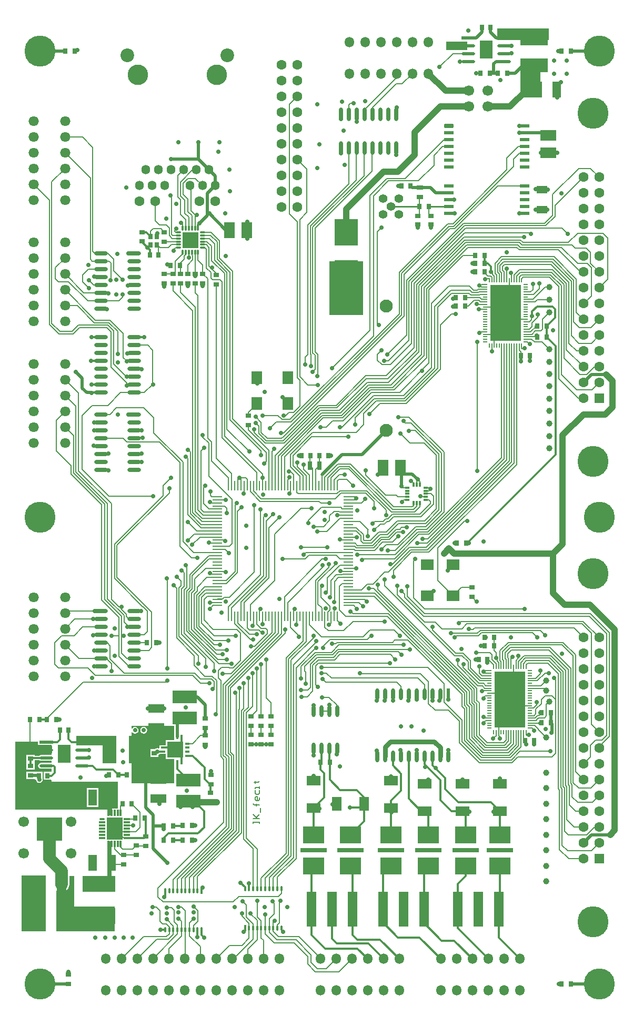
<source format=gtl>
G04 Layer_Physical_Order=1*
G04 Layer_Color=255*
%FSLAX44Y44*%
%MOMM*%
G71*
G01*
G75*
%ADD10R,0.8000X0.9000*%
%ADD11R,2.2000X0.5000*%
%ADD12O,2.2000X0.5000*%
%ADD13R,2.1300X3.0000*%
%ADD14R,4.5000X2.2000*%
%ADD15R,1.4000X2.6000*%
%ADD16R,3.8000X4.2000*%
%ADD17O,0.6000X2.2000*%
%ADD18R,2.2000X4.5000*%
%ADD19R,4.0000X2.0000*%
%ADD20R,1.8000X2.5000*%
%ADD21R,2.5000X1.8000*%
%ADD22R,2.2000X1.5000*%
%ADD23O,0.6000X1.9000*%
%ADD24R,0.6000X1.9000*%
%ADD25R,1.6000X0.6000*%
G04:AMPARAMS|DCode=26|XSize=1.6mm|YSize=0.6mm|CornerRadius=0.15mm|HoleSize=0mm|Usage=FLASHONLY|Rotation=0.000|XOffset=0mm|YOffset=0mm|HoleType=Round|Shape=RoundedRectangle|*
%AMROUNDEDRECTD26*
21,1,1.6000,0.3000,0,0,0.0*
21,1,1.3000,0.6000,0,0,0.0*
1,1,0.3000,0.6500,-0.1500*
1,1,0.3000,-0.6500,-0.1500*
1,1,0.3000,-0.6500,0.1500*
1,1,0.3000,0.6500,0.1500*
%
%ADD26ROUNDEDRECTD26*%
%ADD27R,0.3000X1.0000*%
%ADD28O,0.3000X1.0000*%
%ADD29O,2.2000X0.6000*%
%ADD30R,0.9000X0.8000*%
%ADD31O,0.6000X1.9000*%
%ADD32R,2.0000X1.8000*%
%ADD33R,1.8000X2.0000*%
%ADD34O,1.5500X0.2500*%
%ADD35O,0.2500X1.5500*%
%ADD36R,2.6000X1.4000*%
%ADD37R,1.7000X1.2500*%
%ADD38C,1.0000*%
%ADD39R,1.6000X5.6000*%
%ADD40R,1.5000X2.2000*%
%ADD41R,4.3000X0.8000*%
%ADD42R,3.5000X2.8000*%
%ADD43R,1.6000X2.8000*%
%ADD44R,2.6000X3.6000*%
%ADD45O,1.0000X0.3000*%
%ADD46R,1.0000X0.3000*%
%ADD47R,0.3000X1.0000*%
%ADD48R,2.6000X2.6000*%
%ADD49O,0.3000X0.8000*%
%ADD50R,0.3000X0.8000*%
%ADD51R,0.8000X0.3000*%
%ADD52R,5.0000X9.0000*%
%ADD53O,0.2000X0.8000*%
%ADD54R,0.2000X0.8000*%
%ADD55R,0.8000X0.2000*%
%ADD56R,0.7000X0.3000*%
%ADD57R,0.3000X0.7000*%
%ADD58R,0.7000X1.4000*%
%ADD59R,1.0160X0.8000*%
%ADD60R,0.7500X0.8500*%
%ADD61R,5.3000X2.5000*%
%ADD62R,2.6000X2.6000*%
%ADD63O,0.3000X0.8500*%
%ADD64O,0.8500X0.3000*%
%ADD65C,0.2000*%
%ADD66C,1.0000*%
%ADD67C,0.5000*%
%ADD68C,2.0000*%
%ADD69C,0.3000*%
%ADD70C,0.7500*%
%ADD71C,0.2540*%
%ADD72R,3.5000X1.4000*%
%ADD73R,4.1000X3.8000*%
%ADD74R,5.4000X8.7000*%
%ADD75R,0.7000X2.5000*%
%ADD76R,4.0000X9.0000*%
%ADD77R,0.8000X6.1000*%
%ADD78R,5.2000X1.2000*%
%ADD79R,6.3000X1.6000*%
%ADD80R,8.4000X1.9000*%
%ADD81R,3.2000X6.1000*%
%ADD82C,1.7000*%
%ADD83O,1.5000X1.7000*%
%ADD84C,5.0000*%
%ADD85O,1.7000X1.5000*%
%ADD86C,1.6000*%
%ADD87R,1.6000X1.6000*%
%ADD88C,1.4000*%
%ADD89C,2.2000*%
%ADD90C,3.3000*%
%ADD91O,1.4000X1.5000*%
%ADD92C,2.1000*%
%ADD93C,0.7000*%
%ADD94C,0.5000*%
G36*
X566000Y742000D02*
X552750D01*
Y733569D01*
X548000D01*
X547655Y733500D01*
X542000D01*
Y729123D01*
X540880Y728525D01*
X540646Y728681D01*
X538500Y729108D01*
X536354Y728681D01*
X534535Y727465D01*
X534478Y727380D01*
X527500D01*
Y715380D01*
X540500D01*
Y718290D01*
X540646Y718319D01*
X542465Y719535D01*
X542730Y719931D01*
X548000D01*
X548345Y720000D01*
X552750D01*
Y712000D01*
X566000D01*
Y673000D01*
X497000D01*
Y754794D01*
X498270Y755179D01*
X499035Y754035D01*
X500854Y752819D01*
X503000Y752392D01*
X505146Y752819D01*
X506965Y754035D01*
X508181Y755854D01*
X508608Y758000D01*
X508181Y760146D01*
X506965Y761965D01*
X505146Y763181D01*
X503000Y763608D01*
X500854Y763181D01*
X499035Y761965D01*
X498270Y760821D01*
X497000Y761206D01*
Y765000D01*
X566000D01*
Y742000D01*
D02*
G37*
G36*
X347000Y734500D02*
X369000D01*
Y718598D01*
X368500Y718188D01*
X351500D01*
X349744Y717839D01*
X348741Y717169D01*
X341500D01*
Y718380D01*
X328500D01*
Y706380D01*
Y694620D01*
X341500D01*
Y706380D01*
Y710031D01*
X348741D01*
X349744Y709361D01*
X351500Y709012D01*
X368500D01*
X369000Y708602D01*
Y705899D01*
X368500Y705488D01*
X351500D01*
X349744Y705139D01*
X348256Y704144D01*
X347261Y702656D01*
X346912Y700900D01*
X347261Y699144D01*
X348256Y697656D01*
X349744Y696661D01*
X351500Y696312D01*
X368500D01*
X369000Y695901D01*
Y692152D01*
X368000Y691500D01*
X356000D01*
Y678500D01*
X368000D01*
X369000Y677848D01*
Y675000D01*
X475000D01*
Y632000D01*
X466500D01*
Y630000D01*
X310000D01*
Y740000D01*
X347000D01*
Y734500D01*
D02*
G37*
G36*
X405000Y475000D02*
X470000D01*
Y435000D01*
X376000D01*
Y500179D01*
X377270Y500806D01*
X378948Y499518D01*
X381867Y498309D01*
X385000Y497896D01*
X388133Y498309D01*
X391052Y499518D01*
X393559Y501441D01*
X395482Y503948D01*
X396691Y506867D01*
X397104Y510000D01*
Y524000D01*
X405000D01*
Y475000D01*
D02*
G37*
%LPC*%
G36*
X517000Y763608D02*
X514854Y763181D01*
X513035Y761965D01*
X511819Y760146D01*
X511392Y758000D01*
X511819Y755854D01*
X513035Y754035D01*
X514854Y752819D01*
X517000Y752392D01*
X519146Y752819D01*
X520965Y754035D01*
X522181Y755854D01*
X522608Y758000D01*
X522181Y760146D01*
X520965Y761965D01*
X519146Y763181D01*
X517000Y763608D01*
D02*
G37*
G36*
X342000Y691500D02*
X341500Y691380D01*
X341500Y691380D01*
X328500D01*
Y679380D01*
X341500D01*
X342000Y678500D01*
X343492D01*
X343819Y676854D01*
X345035Y675035D01*
X346854Y673819D01*
X349000Y673392D01*
X351146Y673819D01*
X352965Y675035D01*
X354181Y676854D01*
X354608Y679000D01*
X354181Y681146D01*
X354000Y681417D01*
Y691500D01*
X342720D01*
X342000Y691500D01*
D02*
G37*
G36*
X443760Y665000D02*
X425760D01*
Y635000D01*
X443760D01*
Y665000D01*
D02*
G37*
%LPD*%
D10*
X1073620Y1814000D02*
D03*
X1058380D02*
D03*
X1101620D02*
D03*
X1086380D02*
D03*
X1075000Y1888000D02*
D03*
X1061000D02*
D03*
X537620Y899000D02*
D03*
X522380D02*
D03*
X1035620Y1059000D02*
D03*
X1020380D02*
D03*
X771000Y1199000D02*
D03*
X785000D02*
D03*
X814000Y1199000D02*
D03*
X800000D02*
D03*
X801380Y707000D02*
D03*
X816620D02*
D03*
X503380Y617000D02*
D03*
X518620D02*
D03*
X497000Y640000D02*
D03*
X483000D02*
D03*
X348000Y685000D02*
D03*
X362000D02*
D03*
X396000Y758000D02*
D03*
X382000D02*
D03*
X361380Y775000D02*
D03*
X376620D02*
D03*
X334380D02*
D03*
X349620D02*
D03*
X579380Y581000D02*
D03*
X594620D02*
D03*
X549380Y581000D02*
D03*
X564620D02*
D03*
X549380Y604000D02*
D03*
X564620D02*
D03*
X579380Y605000D02*
D03*
X594620D02*
D03*
X476620Y686000D02*
D03*
X461380D02*
D03*
X504620D02*
D03*
X489380D02*
D03*
X1065380Y907000D02*
D03*
X1080620D02*
D03*
X1065380Y894000D02*
D03*
X1080620D02*
D03*
X1056000Y872000D02*
D03*
X1070000D02*
D03*
X1145000Y741000D02*
D03*
X1131000D02*
D03*
X1172620Y770000D02*
D03*
X1157380D02*
D03*
X1172620Y786000D02*
D03*
X1157380D02*
D03*
X1019380Y1440000D02*
D03*
X1034620D02*
D03*
X1019380Y1453000D02*
D03*
X1034620D02*
D03*
X1050380Y1495000D02*
D03*
X1065620D02*
D03*
X1050380Y1508000D02*
D03*
X1065620D02*
D03*
X1050380Y1521000D02*
D03*
X1065620D02*
D03*
X1138000Y1360000D02*
D03*
X1124000D02*
D03*
X575620Y1505000D02*
D03*
X560380D02*
D03*
X527000Y1522000D02*
D03*
X541000D02*
D03*
X1165620Y1390000D02*
D03*
X1150380D02*
D03*
X1165620Y1408000D02*
D03*
X1150380D02*
D03*
X390380Y1850000D02*
D03*
X405620D02*
D03*
X1204620Y350000D02*
D03*
X1189380D02*
D03*
X1204620Y1850000D02*
D03*
X1189380D02*
D03*
X960380Y1600000D02*
D03*
X975620D02*
D03*
X932000Y1633000D02*
D03*
X946000D02*
D03*
D11*
X1039000Y1871000D02*
D03*
X360000Y739000D02*
D03*
D12*
X1039000Y1858300D02*
D03*
Y1845600D02*
D03*
Y1832900D02*
D03*
X1096500Y1871000D02*
D03*
Y1858300D02*
D03*
Y1845600D02*
D03*
Y1832900D02*
D03*
X417500Y700900D02*
D03*
Y713600D02*
D03*
Y726300D02*
D03*
Y739000D02*
D03*
X360000Y700900D02*
D03*
Y713600D02*
D03*
Y726300D02*
D03*
D13*
X1067750Y1851950D02*
D03*
X388750Y719950D02*
D03*
D14*
X1145000Y1869500D02*
D03*
Y1826500D02*
D03*
D15*
X1181240Y1788000D02*
D03*
X1150760D02*
D03*
X434760Y545000D02*
D03*
X465240D02*
D03*
X434760Y650000D02*
D03*
X465240D02*
D03*
D16*
X843000Y1492000D02*
D03*
Y1558000D02*
D03*
D17*
X923450Y1748000D02*
D03*
X910750D02*
D03*
X898050D02*
D03*
X885350D02*
D03*
X872650D02*
D03*
X859950D02*
D03*
X847250D02*
D03*
X834550D02*
D03*
X923450Y1694000D02*
D03*
X910750D02*
D03*
X898050D02*
D03*
X885350D02*
D03*
X872650D02*
D03*
X859950D02*
D03*
X847250D02*
D03*
X834550D02*
D03*
D18*
X504500Y727000D02*
D03*
X461500D02*
D03*
D19*
X583000Y812000D02*
D03*
Y778000D02*
D03*
X589000Y644000D02*
D03*
Y678000D02*
D03*
D20*
X930000Y1180000D02*
D03*
X902000D02*
D03*
X683000Y1562000D02*
D03*
X655000D02*
D03*
D21*
X1168000Y1714000D02*
D03*
Y1686000D02*
D03*
D22*
X969000Y672000D02*
D03*
Y628000D02*
D03*
X1030000D02*
D03*
Y672000D02*
D03*
X1090000D02*
D03*
Y628000D02*
D03*
X915000Y633000D02*
D03*
Y677000D02*
D03*
X790000Y633000D02*
D03*
Y677000D02*
D03*
D23*
X905100Y716000D02*
D03*
X892400D02*
D03*
Y816000D02*
D03*
X905100D02*
D03*
X917800Y716000D02*
D03*
X930500D02*
D03*
X943200D02*
D03*
X955900D02*
D03*
X968600D02*
D03*
X981300D02*
D03*
X994000D02*
D03*
X1006700D02*
D03*
X917800Y816000D02*
D03*
X930500D02*
D03*
X943200D02*
D03*
X955900D02*
D03*
X968600D02*
D03*
X981300D02*
D03*
X994000D02*
D03*
D24*
X1006700D02*
D03*
D25*
X1130000Y1589000D02*
D03*
Y1600000D02*
D03*
Y1611000D02*
D03*
Y1622000D02*
D03*
Y1633000D02*
D03*
Y1663000D02*
D03*
Y1674000D02*
D03*
Y1685000D02*
D03*
Y1696000D02*
D03*
Y1707000D02*
D03*
Y1718000D02*
D03*
Y1729000D02*
D03*
X1008000Y1589000D02*
D03*
Y1600000D02*
D03*
Y1611000D02*
D03*
Y1622000D02*
D03*
Y1633000D02*
D03*
Y1663000D02*
D03*
Y1674000D02*
D03*
Y1685000D02*
D03*
Y1696000D02*
D03*
Y1707000D02*
D03*
Y1718000D02*
D03*
D26*
Y1729000D02*
D03*
D27*
X610000Y500000D02*
D03*
X680000Y440000D02*
D03*
D28*
X603500Y500000D02*
D03*
X597000D02*
D03*
X590500D02*
D03*
X584000D02*
D03*
X577500D02*
D03*
X571000D02*
D03*
X564500D02*
D03*
X558000D02*
D03*
X551500D02*
D03*
X610000Y437000D02*
D03*
X603500D02*
D03*
X597000D02*
D03*
X590500D02*
D03*
X584000D02*
D03*
X577500D02*
D03*
X571000D02*
D03*
X564500D02*
D03*
X558000D02*
D03*
X551500D02*
D03*
X686500Y440000D02*
D03*
X693000D02*
D03*
X699500D02*
D03*
X706000D02*
D03*
X712500D02*
D03*
X719000D02*
D03*
X725500D02*
D03*
X732000D02*
D03*
X738500D02*
D03*
X680000Y503000D02*
D03*
X686500D02*
D03*
X693000D02*
D03*
X699500D02*
D03*
X706000D02*
D03*
X712500D02*
D03*
X719000D02*
D03*
X725500D02*
D03*
X732000D02*
D03*
X738500D02*
D03*
D29*
X448000Y949450D02*
D03*
Y936750D02*
D03*
Y924050D02*
D03*
Y911350D02*
D03*
Y898650D02*
D03*
Y885950D02*
D03*
Y873250D02*
D03*
Y860550D02*
D03*
X502000Y949450D02*
D03*
Y936750D02*
D03*
Y924050D02*
D03*
Y911350D02*
D03*
Y898650D02*
D03*
Y885950D02*
D03*
Y873250D02*
D03*
Y860550D02*
D03*
Y1176550D02*
D03*
Y1189250D02*
D03*
Y1201950D02*
D03*
Y1214650D02*
D03*
Y1227350D02*
D03*
Y1240050D02*
D03*
Y1252750D02*
D03*
Y1265450D02*
D03*
X448000Y1176550D02*
D03*
Y1189250D02*
D03*
Y1201950D02*
D03*
Y1214650D02*
D03*
Y1227350D02*
D03*
Y1240050D02*
D03*
Y1252750D02*
D03*
Y1265450D02*
D03*
Y1389450D02*
D03*
Y1376750D02*
D03*
Y1364050D02*
D03*
Y1351350D02*
D03*
Y1338650D02*
D03*
Y1325950D02*
D03*
Y1313250D02*
D03*
Y1300550D02*
D03*
X502000Y1389450D02*
D03*
Y1376750D02*
D03*
Y1364050D02*
D03*
Y1351350D02*
D03*
Y1338650D02*
D03*
Y1325950D02*
D03*
Y1313250D02*
D03*
Y1300550D02*
D03*
Y1435550D02*
D03*
Y1448250D02*
D03*
Y1460950D02*
D03*
Y1473650D02*
D03*
Y1486350D02*
D03*
Y1499050D02*
D03*
Y1511750D02*
D03*
Y1524450D02*
D03*
X448000Y1435550D02*
D03*
Y1448250D02*
D03*
Y1460950D02*
D03*
Y1473650D02*
D03*
Y1486350D02*
D03*
Y1499050D02*
D03*
Y1511750D02*
D03*
Y1524450D02*
D03*
D30*
X1045000Y987620D02*
D03*
Y972380D02*
D03*
X722000Y780620D02*
D03*
Y765380D02*
D03*
X706000Y780620D02*
D03*
Y765380D02*
D03*
X690000Y780620D02*
D03*
Y765380D02*
D03*
X722000Y750620D02*
D03*
Y735380D02*
D03*
X706000Y750620D02*
D03*
Y735380D02*
D03*
X690000Y750620D02*
D03*
Y735380D02*
D03*
X485000Y542380D02*
D03*
Y557620D02*
D03*
X505000Y557380D02*
D03*
Y572620D02*
D03*
X520000Y572380D02*
D03*
Y587620D02*
D03*
X335000Y700620D02*
D03*
Y685380D02*
D03*
Y727620D02*
D03*
Y712380D02*
D03*
X624000Y642380D02*
D03*
Y657620D02*
D03*
X625000Y671380D02*
D03*
Y686620D02*
D03*
X534000Y736620D02*
D03*
Y721380D02*
D03*
X616000Y749620D02*
D03*
Y734380D02*
D03*
Y776620D02*
D03*
Y761380D02*
D03*
X685000Y1263620D02*
D03*
Y1248380D02*
D03*
X550000Y1491620D02*
D03*
Y1476380D02*
D03*
X564000D02*
D03*
Y1491620D02*
D03*
X576000Y1476380D02*
D03*
Y1491620D02*
D03*
X588000D02*
D03*
Y1476380D02*
D03*
X600000D02*
D03*
Y1491620D02*
D03*
X612000D02*
D03*
Y1476380D02*
D03*
X634000Y1474380D02*
D03*
Y1489620D02*
D03*
X514000Y1544000D02*
D03*
Y1558000D02*
D03*
X550000Y1543380D02*
D03*
Y1558620D02*
D03*
X396000Y350380D02*
D03*
Y365620D02*
D03*
X958000Y1585000D02*
D03*
Y1571000D02*
D03*
X979000Y1585000D02*
D03*
Y1571000D02*
D03*
D31*
X828050Y789000D02*
D03*
X815350D02*
D03*
X802650D02*
D03*
X789950D02*
D03*
X828050Y729000D02*
D03*
X815350D02*
D03*
X802650D02*
D03*
X789950D02*
D03*
D32*
X973000Y1024000D02*
D03*
Y974000D02*
D03*
X1015000Y1024000D02*
D03*
Y974000D02*
D03*
D33*
X749000Y1325000D02*
D03*
X699000D02*
D03*
X749000Y1283000D02*
D03*
X699000D02*
D03*
D34*
X846250Y1133500D02*
D03*
Y1128500D02*
D03*
Y1123500D02*
D03*
Y1118500D02*
D03*
Y1113500D02*
D03*
Y1108500D02*
D03*
Y1103500D02*
D03*
Y1098500D02*
D03*
Y1093500D02*
D03*
Y1088500D02*
D03*
Y1083500D02*
D03*
Y1078500D02*
D03*
Y1073500D02*
D03*
Y1068500D02*
D03*
Y1063500D02*
D03*
Y1058500D02*
D03*
Y1053500D02*
D03*
Y1048500D02*
D03*
Y1043500D02*
D03*
Y1038500D02*
D03*
Y1033500D02*
D03*
Y1028500D02*
D03*
Y1023500D02*
D03*
Y1018500D02*
D03*
Y1013500D02*
D03*
Y1008500D02*
D03*
Y1003500D02*
D03*
Y998500D02*
D03*
Y993500D02*
D03*
Y988500D02*
D03*
Y983500D02*
D03*
Y978500D02*
D03*
Y973500D02*
D03*
Y968500D02*
D03*
Y963500D02*
D03*
Y958500D02*
D03*
X635750D02*
D03*
Y963500D02*
D03*
Y968500D02*
D03*
Y973500D02*
D03*
Y978500D02*
D03*
Y983500D02*
D03*
Y988500D02*
D03*
Y993500D02*
D03*
Y998500D02*
D03*
Y1003500D02*
D03*
Y1008500D02*
D03*
Y1013500D02*
D03*
Y1018500D02*
D03*
Y1023500D02*
D03*
Y1028500D02*
D03*
Y1033500D02*
D03*
Y1038500D02*
D03*
Y1043500D02*
D03*
Y1048500D02*
D03*
Y1053500D02*
D03*
Y1058500D02*
D03*
Y1063500D02*
D03*
Y1068500D02*
D03*
Y1073500D02*
D03*
Y1078500D02*
D03*
Y1083500D02*
D03*
Y1088500D02*
D03*
Y1093500D02*
D03*
Y1098500D02*
D03*
Y1103500D02*
D03*
Y1108500D02*
D03*
Y1113500D02*
D03*
Y1118500D02*
D03*
Y1123500D02*
D03*
Y1128500D02*
D03*
Y1133500D02*
D03*
D35*
X828500Y940750D02*
D03*
X823500D02*
D03*
X818500D02*
D03*
X813500D02*
D03*
X808500D02*
D03*
X803500D02*
D03*
X798500D02*
D03*
X793500D02*
D03*
X788500D02*
D03*
X783500D02*
D03*
X778500D02*
D03*
X773500D02*
D03*
X768500D02*
D03*
X763500D02*
D03*
X758500D02*
D03*
X753500D02*
D03*
X748500D02*
D03*
X743500D02*
D03*
X738500D02*
D03*
X733500D02*
D03*
X728500D02*
D03*
X723500D02*
D03*
X718500D02*
D03*
X713500D02*
D03*
X708500D02*
D03*
X703500D02*
D03*
X698500D02*
D03*
X693500D02*
D03*
X688500D02*
D03*
X683500D02*
D03*
X678500D02*
D03*
X673500D02*
D03*
X668500D02*
D03*
X663500D02*
D03*
X658500D02*
D03*
X653500D02*
D03*
Y1151250D02*
D03*
X658500D02*
D03*
X663500D02*
D03*
X668500D02*
D03*
X673500D02*
D03*
X678500D02*
D03*
X683500D02*
D03*
X688500D02*
D03*
X693500D02*
D03*
X698500D02*
D03*
X703500D02*
D03*
X708500D02*
D03*
X713500D02*
D03*
X718500D02*
D03*
X723500D02*
D03*
X728500D02*
D03*
X733500D02*
D03*
X738500D02*
D03*
X743500D02*
D03*
X748500D02*
D03*
X753500D02*
D03*
X758500D02*
D03*
X763500D02*
D03*
X768500D02*
D03*
X773500D02*
D03*
X778500D02*
D03*
X783500D02*
D03*
X788500D02*
D03*
X793500D02*
D03*
X798500D02*
D03*
X803500D02*
D03*
X808500D02*
D03*
X813500D02*
D03*
X818500D02*
D03*
X823500D02*
D03*
X828500D02*
D03*
D36*
X537000Y793240D02*
D03*
Y762760D02*
D03*
X541000Y647760D02*
D03*
Y678240D02*
D03*
D37*
X1158002Y1627000D02*
D03*
Y1595000D02*
D03*
D38*
X1165000Y515000D02*
D03*
Y540000D02*
D03*
Y565000D02*
D03*
Y590000D02*
D03*
Y615000D02*
D03*
Y640000D02*
D03*
Y665000D02*
D03*
Y690000D02*
D03*
Y746000D02*
D03*
Y838000D02*
D03*
Y822000D02*
D03*
X1170000Y804000D02*
D03*
Y1211034D02*
D03*
Y1231000D02*
D03*
Y1251000D02*
D03*
Y1271000D02*
D03*
Y1291000D02*
D03*
Y1311000D02*
D03*
Y1330500D02*
D03*
Y1350000D02*
D03*
Y1370000D02*
D03*
Y1430000D02*
D03*
Y1450000D02*
D03*
Y1470000D02*
D03*
D39*
X1055000Y470000D02*
D03*
X1088000D02*
D03*
X1022000D02*
D03*
X820000D02*
D03*
X853000D02*
D03*
X787000D02*
D03*
X935000D02*
D03*
X968000D02*
D03*
X902000D02*
D03*
D40*
X828000Y640000D02*
D03*
X872000D02*
D03*
D41*
X790000Y565000D02*
D03*
X850000D02*
D03*
X915000D02*
D03*
X975000D02*
D03*
X1035000D02*
D03*
X1090000D02*
D03*
D42*
X790000Y540000D02*
D03*
Y590000D02*
D03*
X850000Y540000D02*
D03*
Y590000D02*
D03*
X915000Y540000D02*
D03*
Y590000D02*
D03*
X975000Y540000D02*
D03*
Y590000D02*
D03*
X1035000Y540000D02*
D03*
Y590000D02*
D03*
X1090000Y540000D02*
D03*
Y590000D02*
D03*
D43*
X328000Y450000D02*
D03*
X385000D02*
D03*
X328000Y510000D02*
D03*
X385000D02*
D03*
D44*
X470000Y600000D02*
D03*
D45*
X450000Y615000D02*
D03*
D46*
Y610000D02*
D03*
Y605000D02*
D03*
Y600000D02*
D03*
Y595000D02*
D03*
Y590000D02*
D03*
Y585000D02*
D03*
X490000D02*
D03*
Y590000D02*
D03*
Y595000D02*
D03*
Y600000D02*
D03*
Y605000D02*
D03*
Y610000D02*
D03*
Y615000D02*
D03*
D47*
X460000Y575000D02*
D03*
X465000D02*
D03*
X470000D02*
D03*
X475000D02*
D03*
X480000D02*
D03*
Y625000D02*
D03*
X475000D02*
D03*
X470000D02*
D03*
X465000D02*
D03*
X460000D02*
D03*
D48*
X567750Y727000D02*
D03*
D49*
X558000Y707000D02*
D03*
D50*
X564500D02*
D03*
X571000D02*
D03*
X577500D02*
D03*
Y747000D02*
D03*
X571000D02*
D03*
X564500D02*
D03*
X558000D02*
D03*
D51*
X587500Y717000D02*
D03*
Y723500D02*
D03*
Y730000D02*
D03*
Y736500D02*
D03*
X548000D02*
D03*
Y730000D02*
D03*
Y723500D02*
D03*
Y717000D02*
D03*
D52*
X1106000Y807500D02*
D03*
X1099000Y1428500D02*
D03*
D53*
X1080000Y755000D02*
D03*
X1073000Y1376000D02*
D03*
D54*
X1084000Y755000D02*
D03*
X1088000D02*
D03*
X1092000D02*
D03*
X1096000D02*
D03*
X1100000D02*
D03*
X1104000D02*
D03*
X1108000D02*
D03*
X1112000D02*
D03*
X1116000D02*
D03*
X1120000D02*
D03*
X1124000D02*
D03*
X1128000D02*
D03*
X1132000D02*
D03*
Y860000D02*
D03*
X1128000D02*
D03*
X1124000D02*
D03*
X1120000D02*
D03*
X1116000D02*
D03*
X1112000D02*
D03*
X1108000D02*
D03*
X1104000D02*
D03*
X1100000D02*
D03*
X1096000D02*
D03*
X1092000D02*
D03*
X1088000D02*
D03*
X1084000D02*
D03*
X1080000D02*
D03*
X1077000Y1376000D02*
D03*
X1081000D02*
D03*
X1085000D02*
D03*
X1089000D02*
D03*
X1093000D02*
D03*
X1097000D02*
D03*
X1101000D02*
D03*
X1105000D02*
D03*
X1109000D02*
D03*
X1113000D02*
D03*
X1117000D02*
D03*
X1121000D02*
D03*
X1125000D02*
D03*
Y1481000D02*
D03*
X1121000D02*
D03*
X1117000D02*
D03*
X1113000D02*
D03*
X1109000D02*
D03*
X1105000D02*
D03*
X1101000D02*
D03*
X1097000D02*
D03*
X1093000D02*
D03*
X1089000D02*
D03*
X1085000D02*
D03*
X1081000D02*
D03*
X1077000D02*
D03*
X1073000D02*
D03*
D55*
X1138500Y761500D02*
D03*
Y765500D02*
D03*
Y769500D02*
D03*
Y773500D02*
D03*
Y777500D02*
D03*
Y781500D02*
D03*
Y785500D02*
D03*
Y789500D02*
D03*
Y793500D02*
D03*
Y797500D02*
D03*
Y801500D02*
D03*
Y805500D02*
D03*
Y809500D02*
D03*
Y813500D02*
D03*
Y817500D02*
D03*
Y821500D02*
D03*
Y825500D02*
D03*
Y829500D02*
D03*
Y833500D02*
D03*
Y837500D02*
D03*
Y841500D02*
D03*
Y845500D02*
D03*
Y849500D02*
D03*
Y853500D02*
D03*
X1073500D02*
D03*
Y849500D02*
D03*
Y845500D02*
D03*
Y841500D02*
D03*
Y837500D02*
D03*
Y833500D02*
D03*
Y829500D02*
D03*
Y825500D02*
D03*
Y821500D02*
D03*
Y817500D02*
D03*
Y813500D02*
D03*
Y809500D02*
D03*
Y805500D02*
D03*
Y801500D02*
D03*
Y797500D02*
D03*
Y793500D02*
D03*
Y789500D02*
D03*
Y785500D02*
D03*
Y781500D02*
D03*
Y777500D02*
D03*
Y773500D02*
D03*
Y769500D02*
D03*
Y765500D02*
D03*
Y761500D02*
D03*
X1131500Y1382500D02*
D03*
Y1386500D02*
D03*
Y1390500D02*
D03*
Y1394500D02*
D03*
Y1398500D02*
D03*
Y1402500D02*
D03*
Y1406500D02*
D03*
Y1410500D02*
D03*
Y1414500D02*
D03*
Y1418500D02*
D03*
Y1422500D02*
D03*
Y1426500D02*
D03*
Y1430500D02*
D03*
Y1434500D02*
D03*
Y1438500D02*
D03*
Y1442500D02*
D03*
Y1446500D02*
D03*
Y1450500D02*
D03*
Y1454500D02*
D03*
Y1458500D02*
D03*
Y1462500D02*
D03*
Y1466500D02*
D03*
Y1470500D02*
D03*
Y1474500D02*
D03*
X1066500D02*
D03*
Y1470500D02*
D03*
Y1466500D02*
D03*
Y1462500D02*
D03*
Y1458500D02*
D03*
Y1454500D02*
D03*
Y1450500D02*
D03*
Y1446500D02*
D03*
Y1442500D02*
D03*
Y1438500D02*
D03*
Y1434500D02*
D03*
Y1430500D02*
D03*
Y1426500D02*
D03*
Y1422500D02*
D03*
Y1418500D02*
D03*
Y1414500D02*
D03*
Y1410500D02*
D03*
Y1406500D02*
D03*
Y1402500D02*
D03*
Y1398500D02*
D03*
Y1394500D02*
D03*
Y1390500D02*
D03*
Y1386500D02*
D03*
Y1382500D02*
D03*
D56*
X941000Y1148000D02*
D03*
Y1143000D02*
D03*
Y1138000D02*
D03*
Y1133000D02*
D03*
Y1128000D02*
D03*
X971000D02*
D03*
Y1133000D02*
D03*
Y1138000D02*
D03*
Y1143000D02*
D03*
Y1148000D02*
D03*
D57*
X951000Y1123000D02*
D03*
X956000D02*
D03*
X961000D02*
D03*
Y1153000D02*
D03*
X956000D02*
D03*
X951000D02*
D03*
D58*
X799500Y1183000D02*
D03*
X784500D02*
D03*
D59*
X961000Y1615380D02*
D03*
Y1630620D02*
D03*
D60*
X538250Y1551750D02*
D03*
Y1538250D02*
D03*
X527750D02*
D03*
Y1551750D02*
D03*
D61*
X445000Y459000D02*
D03*
Y511000D02*
D03*
D62*
X592000Y1546000D02*
D03*
D63*
X579500Y1565500D02*
D03*
X584500D02*
D03*
X589500D02*
D03*
X594500D02*
D03*
X599500D02*
D03*
X604500D02*
D03*
Y1526500D02*
D03*
X599500D02*
D03*
X594500D02*
D03*
X589500D02*
D03*
X584500D02*
D03*
X579500D02*
D03*
D64*
X611500Y1558500D02*
D03*
Y1553500D02*
D03*
Y1548500D02*
D03*
Y1543500D02*
D03*
Y1538500D02*
D03*
Y1533500D02*
D03*
X572500D02*
D03*
Y1538500D02*
D03*
Y1543500D02*
D03*
Y1548500D02*
D03*
Y1553500D02*
D03*
Y1558500D02*
D03*
D65*
X1119500Y1696000D02*
X1130000D01*
X1101000Y1677500D02*
X1119500Y1696000D01*
X1101000Y1658970D02*
Y1677500D01*
X1014343Y1572314D02*
X1101000Y1658970D01*
X1006314Y1572314D02*
X1014343D01*
X928000Y1494000D02*
X1006314Y1572314D01*
X1121000Y1685000D02*
X1130000D01*
X1112000Y1676000D02*
X1121000Y1685000D01*
X1112000Y1664314D02*
Y1676000D01*
X1015686Y1568000D02*
X1112000Y1664314D01*
X1007657Y1568000D02*
X1015686D01*
X932000Y1492343D02*
X1007657Y1568000D01*
X1086343Y1633000D02*
X1130000D01*
X936000Y1490686D02*
X1009314Y1564000D01*
X1017343D02*
X1086343Y1633000D01*
X1009314Y1564000D02*
X1017343D01*
X993000Y1824000D02*
X1014600Y1845600D01*
X1039000D01*
X893000Y1559000D02*
X900000Y1566000D01*
X893000Y1411000D02*
Y1559000D01*
Y1411000D02*
X895000Y1409000D01*
X867500Y1123500D02*
X873000Y1129000D01*
X846250Y1123500D02*
X867500D01*
X793000Y1366314D02*
X797000Y1362314D01*
Y1328000D02*
Y1362314D01*
X796000Y1327000D02*
X797000Y1328000D01*
X783500Y1151250D02*
Y1168127D01*
X774000Y1177627D02*
Y1185000D01*
Y1177627D02*
X783500Y1168127D01*
X793000Y1338000D02*
Y1360657D01*
X789000Y1364657D02*
X793000Y1360657D01*
X789000Y1334000D02*
X793000Y1338000D01*
X778500Y1151250D02*
Y1167470D01*
X764000Y1181971D02*
X778500Y1167470D01*
X764000Y1181971D02*
Y1188000D01*
X786000Y1343000D02*
Y1362000D01*
X785000Y1363000D02*
X786000Y1362000D01*
X750000Y1174000D02*
X750500D01*
X758500Y1151250D02*
Y1168500D01*
X753000Y1174000D02*
X758500Y1168500D01*
X750500Y1174000D02*
X753000D01*
X777000Y1358000D02*
X781000Y1362000D01*
X777000Y1346000D02*
Y1358000D01*
X723500Y1206500D02*
X727000Y1210000D01*
X723500Y1151250D02*
Y1206500D01*
X884350Y1693000D02*
X885350Y1694000D01*
X884350Y1656350D02*
Y1693000D01*
X793000Y1565000D02*
X884350Y1656350D01*
X871650Y1693000D02*
X872650Y1694000D01*
X871650Y1649307D02*
Y1693000D01*
X789000Y1566657D02*
X871650Y1649307D01*
X858950Y1693000D02*
X859950Y1694000D01*
X858950Y1642264D02*
Y1693000D01*
X785000Y1568314D02*
X858950Y1642264D01*
X847250Y1636221D02*
Y1694000D01*
X781000Y1569971D02*
X847250Y1636221D01*
X781000Y1362000D02*
Y1569971D01*
X785000Y1363000D02*
Y1568314D01*
X789000Y1364657D02*
Y1566657D01*
X793000Y1366314D02*
Y1565000D01*
X751000Y1588000D02*
X764000Y1575000D01*
Y1324343D02*
Y1575000D01*
Y1324343D02*
X768000Y1320343D01*
Y1278627D02*
Y1320343D01*
Y1579000D02*
X779100Y1590100D01*
X768000Y1326000D02*
Y1579000D01*
Y1326000D02*
X781000Y1313000D01*
X764000Y1675100D02*
X779100Y1660000D01*
Y1590100D02*
Y1660000D01*
X781000Y1313000D02*
X797000D01*
X800999Y1244998D02*
X810998D01*
X821201Y1255201D01*
X743500Y1197530D02*
X805971Y1260000D01*
X738500Y1198186D02*
X804314Y1264000D01*
X733500Y1198843D02*
X802657Y1268000D01*
X728500Y1199500D02*
X801000Y1272000D01*
X742657Y1219314D02*
X799343Y1276000D01*
X741000Y1223314D02*
X797686Y1280000D01*
X741000Y1229000D02*
X936000Y1424000D01*
X742343Y1236000D02*
X932000Y1425657D01*
X754186Y1253500D02*
X928000Y1427314D01*
X752530Y1257500D02*
X887000Y1391971D01*
X757873Y1268500D02*
X768000Y1278627D01*
X750308Y1268500D02*
X757873D01*
X745000Y1263192D02*
X750308Y1268500D01*
X788627Y1237000D02*
X859000D01*
X720000Y1243000D02*
X730500Y1253500D01*
X754186D01*
X739308Y1257500D02*
X752530D01*
X732808Y1264000D02*
X739308Y1257500D01*
X708000Y1264000D02*
X732808D01*
X697000Y1262000D02*
X706000Y1253000D01*
X753000Y1201373D02*
X788627Y1237000D01*
X787284Y1230000D02*
X846000D01*
X757000Y1199716D02*
X787284Y1230000D01*
X742000Y1264000D02*
X744192D01*
X745000Y1263192D01*
X706000Y1236971D02*
Y1253000D01*
Y1236971D02*
X715657Y1227314D01*
X739000D01*
X740686Y1229000D01*
X741000D01*
X697000Y1252000D02*
X702000Y1247000D01*
Y1235314D02*
Y1247000D01*
Y1235314D02*
X714000Y1223314D01*
X695000Y1236657D02*
Y1242000D01*
Y1236657D02*
X712343Y1219314D01*
X685000Y1269000D02*
X699000Y1283000D01*
X685000Y1263620D02*
Y1269000D01*
Y1241000D02*
Y1248380D01*
X881000Y1618000D02*
X908000Y1645000D01*
X938000D01*
X1000000Y1707000D01*
X1008000D01*
X998000Y1696000D02*
X1008000D01*
X887000Y1617000D02*
X911000Y1641000D01*
X984000Y1682000D02*
X998000Y1696000D01*
X984000Y1666000D02*
Y1682000D01*
X959000Y1641000D02*
X984000Y1666000D01*
X911000Y1641000D02*
X959000D01*
X1175000Y1585657D02*
Y1619000D01*
X1162343Y1573000D02*
X1175000Y1585657D01*
X1032000Y1573000D02*
X1162343D01*
X1179000Y1584000D02*
Y1601400D01*
X1164000Y1569000D02*
X1179000Y1584000D01*
X1033657Y1569000D02*
X1164000D01*
X1236000Y1661000D02*
X1250000Y1647000D01*
X1217000Y1661000D02*
X1236000D01*
X1175000Y1619000D02*
X1217000Y1661000D01*
X1179000Y1601400D02*
X1224600Y1647000D01*
X936000Y1424000D02*
Y1490686D01*
X932000Y1425657D02*
Y1492343D01*
X928000Y1427314D02*
Y1494000D01*
X976000Y1348000D02*
Y1466089D01*
X972000Y1357000D02*
Y1467745D01*
X968000Y1360000D02*
Y1469402D01*
X964000Y1362000D02*
Y1471059D01*
X960000Y1366000D02*
Y1472716D01*
X956000Y1369000D02*
Y1474373D01*
X952000Y1373000D02*
Y1476030D01*
X948000Y1379500D02*
Y1477686D01*
X944000Y1385000D02*
Y1479343D01*
X1030911Y1521000D02*
X1050380D01*
X976000Y1466089D02*
X1030911Y1521000D01*
X1038255Y1534000D02*
X1117343D01*
X972000Y1467745D02*
X1038255Y1534000D01*
X1036598Y1538000D02*
X1119000D01*
X968000Y1469402D02*
X1036598Y1538000D01*
X1034941Y1542000D02*
X1121343D01*
X964000Y1471059D02*
X1034941Y1542000D01*
X1033284Y1546000D02*
X1123000D01*
X960000Y1472716D02*
X1033284Y1546000D01*
X1032627Y1551000D02*
X1129000D01*
X956000Y1474373D02*
X1032627Y1551000D01*
X1033471Y1557500D02*
X1138500D01*
X952000Y1476030D02*
X1033471Y1557500D01*
X1035314Y1565000D02*
X1190000D01*
X948000Y1477686D02*
X1035314Y1565000D01*
X944000Y1479343D02*
X1033657Y1569000D01*
X940000Y1481000D02*
X1032000Y1573000D01*
X940000Y1393000D02*
Y1481000D01*
X596000Y1108000D02*
Y1252000D01*
X564000Y1464000D02*
Y1476380D01*
X596000Y1252000D02*
Y1432000D01*
X564000Y1464000D02*
X596000Y1432000D01*
X600000Y1109657D02*
Y1438000D01*
X576000Y1462000D02*
Y1476380D01*
Y1462000D02*
X600000Y1438000D01*
X600000Y1461000D02*
Y1476380D01*
Y1461000D02*
X604000Y1457000D01*
Y1112000D02*
Y1457000D01*
X555000Y857000D02*
Y1001000D01*
X588000Y1093000D02*
X602500Y1078500D01*
X490000Y1221000D02*
X542000D01*
X575000Y1188000D01*
Y1054000D02*
Y1188000D01*
X474000Y1055343D02*
X558000Y1139343D01*
Y1147000D01*
X470000Y1057000D02*
X548000Y1135000D01*
Y1151000D01*
X561000Y1164000D01*
X473000Y1276000D02*
X517000D01*
X533000Y1260000D01*
Y1236000D02*
Y1260000D01*
Y1236000D02*
X580000Y1189000D01*
Y1061000D02*
Y1189000D01*
Y1061000D02*
X597500Y1043500D01*
X461000Y1134000D02*
X532000D01*
X418000Y1177000D02*
X461000Y1134000D01*
X418000Y1177000D02*
Y1264000D01*
X434000Y1280000D01*
X459000D01*
X479550Y1300550D01*
X502000D01*
X474000Y1003849D02*
Y1055343D01*
X470000Y1002000D02*
Y1057000D01*
Y1002000D02*
X515500Y956500D01*
X449000Y967343D02*
X477172Y939172D01*
X400000Y1170030D02*
X449000Y1121030D01*
Y967343D02*
Y1121030D01*
X412000Y1175000D02*
X465000Y1122000D01*
Y968314D02*
Y1122000D01*
X458657Y969000D02*
Y1122686D01*
X465000Y968314D02*
X477314Y956000D01*
X454000Y968000D02*
Y1121686D01*
X404000Y1171686D02*
X454000Y1121686D01*
X656000Y1256981D02*
X706000Y1206981D01*
X635000Y1515314D02*
X656000Y1494314D01*
Y1256981D02*
Y1494314D01*
X639000Y1517000D02*
X660000Y1496000D01*
Y1258637D02*
Y1496000D01*
Y1258637D02*
X714000Y1204637D01*
X631000Y1513657D02*
X651000Y1493657D01*
Y1242000D02*
Y1493657D01*
X626000Y1513000D02*
X647000Y1492000D01*
Y1231000D02*
Y1492000D01*
X640000Y1482000D02*
X643000Y1479000D01*
Y1228000D02*
Y1479000D01*
X651000Y1242000D02*
X687000Y1206000D01*
X647000Y1231000D02*
X708500Y1169500D01*
X643000Y1228000D02*
X698500Y1172500D01*
X1054000Y1175000D02*
Y1382000D01*
X939000Y1283000D02*
X994000Y1338000D01*
X897000Y1283000D02*
X939000D01*
X880000Y1266000D02*
X897000Y1283000D01*
X937343Y1287000D02*
X990000Y1339657D01*
X891000Y1287000D02*
X937343D01*
X871000Y1267000D02*
X891000Y1287000D01*
X980000Y1340970D02*
Y1444000D01*
X935030Y1296000D02*
X980000Y1340970D01*
X887000Y1296000D02*
X935030D01*
X985000Y1340314D02*
Y1438657D01*
X935686Y1291000D02*
X985000Y1340314D01*
X887657Y1291000D02*
X935686D01*
X990000Y1339657D02*
Y1438000D01*
X994000Y1338000D02*
Y1409000D01*
X929000Y1301000D02*
X976000Y1348000D01*
X883627Y1301000D02*
X929000D01*
X857000Y1260343D02*
X887657Y1291000D01*
X836000Y1245000D02*
X887000Y1296000D01*
X948000Y1044000D02*
X976000D01*
X1117000Y1185000D02*
Y1376000D01*
X1113000Y1187692D02*
Y1376000D01*
X946343Y1048000D02*
X973308D01*
X944686Y1052000D02*
X971651D01*
X919000Y1101000D02*
X962657D01*
X978000Y1122000D02*
Y1126000D01*
X961000Y1105000D02*
X978000Y1122000D01*
X917343Y1105000D02*
X961000D01*
X957000Y1059000D02*
X972994D01*
X966000Y1066000D02*
X974337D01*
X994000Y1409000D02*
X1012000Y1427000D01*
X980000Y1444000D02*
X1008000Y1472000D01*
X920000Y1305000D02*
X972000Y1357000D01*
X917000Y1309000D02*
X968000Y1360000D01*
X915000Y1313000D02*
X964000Y1362000D01*
X911000Y1317000D02*
X960000Y1366000D01*
X910000Y1323000D02*
X956000Y1369000D01*
X907000Y1328000D02*
X952000Y1373000D01*
X914000Y1345500D02*
X948000Y1379500D01*
X911000Y1352000D02*
X944000Y1385000D01*
X909000Y1362000D02*
X940000Y1393000D01*
X1041000Y1472000D02*
X1047500Y1465500D01*
X1008000Y1472000D02*
X1041000D01*
X881971Y1305000D02*
X920000D01*
X880314Y1309000D02*
X917000D01*
X878657Y1313000D02*
X915000D01*
X877000Y1317000D02*
X911000D01*
X875000Y1323000D02*
X910000D01*
X874343Y1328000D02*
X907000D01*
X900500Y1345500D02*
X914000D01*
X751000Y1588000D02*
Y1763700D01*
X764000Y1776700D01*
X566000Y1529000D02*
Y1531000D01*
X857000Y1249000D02*
Y1260343D01*
X871000Y1249000D02*
Y1267000D01*
X859000Y1237000D02*
X871000Y1249000D01*
X832000Y1169000D02*
X840000D01*
X823500Y1160500D02*
X832000Y1169000D01*
X823500Y1151250D02*
Y1160500D01*
X844000Y1161000D02*
X854000Y1151000D01*
X831000Y1161000D02*
X844000D01*
X828500Y1158500D02*
X831000Y1161000D01*
X828500Y1151250D02*
Y1158500D01*
X825417Y1130000D02*
X834417Y1139000D01*
X874373D02*
X888000Y1125373D01*
X834417Y1139000D02*
X874373D01*
X876030Y1143000D02*
X907000Y1112029D01*
X832760Y1143000D02*
X876030D01*
X827760Y1138000D02*
X832760Y1143000D01*
X850000Y1186000D02*
X919000Y1117000D01*
X808500Y1164814D02*
X829686Y1186000D01*
X848343Y1182000D02*
X917343Y1113000D01*
X813500Y1164157D02*
X831343Y1182000D01*
X829686Y1186000D02*
X850000D01*
X831343Y1182000D02*
X848343D01*
X846686Y1178000D02*
X915686Y1109000D01*
X833000Y1178000D02*
X846686D01*
X818500Y1163500D02*
X833000Y1178000D01*
X808500Y1151250D02*
Y1164814D01*
X813500Y1151250D02*
Y1164157D01*
X818500Y1151250D02*
Y1163500D01*
X803500Y1151250D02*
Y1168500D01*
X982000Y919151D02*
Y924000D01*
X920000Y919000D02*
X929000Y910000D01*
X881000Y919000D02*
X920000D01*
X870000Y908000D02*
X881000Y919000D01*
X982000Y919151D02*
X1019151Y882000D01*
X1030657D01*
X1043000Y869657D01*
Y858151D02*
Y869657D01*
Y858151D02*
X1059651Y841500D01*
X905000Y990494D02*
X1017494Y878000D01*
X1029000D02*
X1039000Y868000D01*
X1017494Y878000D02*
X1029000D01*
X883000Y910000D02*
X883500D01*
X877000Y904000D02*
X883000Y910000D01*
X803000Y908000D02*
X870000D01*
X783500Y927500D02*
X803000Y908000D01*
X783500Y927500D02*
Y940750D01*
X817000Y904000D02*
X877000D01*
X806000Y893000D02*
X817000Y904000D01*
X806000Y890000D02*
Y893000D01*
X828000Y899000D02*
X917000D01*
X826000Y897000D02*
X828000Y899000D01*
X820000Y897000D02*
X826000D01*
X941582Y903000D02*
X1029000Y815582D01*
X921000Y903000D02*
X941582D01*
X917000Y899000D02*
X921000Y903000D01*
X550000Y1491620D02*
X564000D01*
X567380Y1495000D02*
Y1511380D01*
X564000Y1491620D02*
X567380Y1495000D01*
X1151500Y759500D02*
X1165000Y746000D01*
X1151500Y759500D02*
Y759692D01*
X1165000Y780877D02*
Y801000D01*
X1167000D01*
X1088000Y755000D02*
Y789500D01*
X888000Y1115000D02*
Y1125373D01*
X770000Y1052000D02*
X812000D01*
X648500Y1048500D02*
X654000Y1043000D01*
X635750Y1048500D02*
X648500D01*
X1080620Y894000D02*
Y907000D01*
Y886380D02*
Y894000D01*
X1084000Y874500D02*
Y883000D01*
X1080620Y886380D02*
X1084000Y883000D01*
X1141000Y1417657D02*
Y1424000D01*
X1153380Y782000D02*
X1157380Y786000D01*
X1061000Y823000D02*
X1062500Y821500D01*
X1073500Y817500D02*
X1090000D01*
X1177000Y842000D02*
X1180000Y839000D01*
Y807000D02*
Y839000D01*
X540000Y504000D02*
X646000Y610000D01*
Y711000D01*
X641000Y716000D02*
X646000Y711000D01*
X641000Y716000D02*
Y838000D01*
X645000Y718000D02*
Y831000D01*
Y718000D02*
X650000Y713000D01*
Y603000D02*
Y713000D01*
X564500Y517500D02*
X650000Y603000D01*
X649000Y719686D02*
Y829343D01*
Y719686D02*
X654000Y714686D01*
Y601343D02*
Y714686D01*
X571000Y518343D02*
X654000Y601343D01*
X653000Y721343D02*
Y827686D01*
Y721343D02*
X658000Y716343D01*
Y599686D02*
Y716343D01*
X577500Y519186D02*
X658000Y599686D01*
X657000Y723000D02*
Y826030D01*
Y723000D02*
X662000Y718000D01*
Y598030D02*
Y718000D01*
X584000Y520029D02*
X662000Y598030D01*
X590500Y520873D02*
X666000Y596373D01*
X664000Y818000D02*
X666000Y816000D01*
Y596373D02*
Y816000D01*
X670000Y790971D02*
X671000Y791971D01*
X670000Y594716D02*
Y790971D01*
X597000Y521716D02*
X670000Y594716D01*
X674000Y789314D02*
X678000Y793314D01*
X674000Y593059D02*
Y789314D01*
X603500Y522559D02*
X674000Y593059D01*
X637000Y842000D02*
Y854000D01*
Y842000D02*
X641000Y838000D01*
X615000Y845000D02*
X627000D01*
X634500Y837500D01*
Y785500D02*
Y837500D01*
X682000Y584716D02*
X699500Y567216D01*
X682000Y786000D02*
X692000Y796000D01*
X682000Y584716D02*
Y786000D01*
X678000Y787657D02*
X685000Y794657D01*
X678000Y583059D02*
Y787657D01*
Y583059D02*
X693000Y568059D01*
X670000Y491000D02*
X734000D01*
X661000Y482000D02*
X670000Y491000D01*
X548000Y482000D02*
X661000D01*
X540000Y490000D02*
X548000Y482000D01*
X738500Y495500D02*
Y503000D01*
X734000Y491000D02*
X738500Y495500D01*
X540000Y490000D02*
Y504000D01*
X633000Y784000D02*
X634500Y785500D01*
X637000Y854000D02*
X642000Y859000D01*
X654808D01*
X655308Y858500D01*
X661186D01*
X673000Y870314D01*
Y914000D01*
X667000Y920000D02*
X673000Y914000D01*
X629000Y920000D02*
X667000D01*
X614000Y935000D02*
X629000Y920000D01*
X614000Y935000D02*
Y968000D01*
X619500Y973500D01*
X635750D01*
X574000Y909000D02*
Y986912D01*
X582000Y914000D02*
X630000Y866000D01*
X582000Y914000D02*
Y983598D01*
X606000Y925284D02*
X629284Y902000D01*
X606000Y925284D02*
Y973657D01*
X610000Y930000D02*
Y972000D01*
Y930000D02*
X630000Y910000D01*
X570000Y906000D02*
Y986000D01*
X578000Y912343D02*
Y985255D01*
X586000Y917000D02*
Y981941D01*
X590000Y918657D02*
Y980284D01*
X594000Y920314D02*
Y978627D01*
X598000Y921971D02*
Y976971D01*
X615186Y988500D02*
X635750D01*
X602000Y923627D02*
Y975314D01*
X615843Y983500D02*
X635750D01*
X606000Y973657D02*
X615843Y983500D01*
X602000Y975314D02*
X615186Y988500D01*
X595000Y985284D02*
Y1006343D01*
X599000Y983627D02*
Y1001000D01*
X565000Y991000D02*
X570000Y986000D01*
X577000Y989911D02*
Y998000D01*
X574000Y986912D02*
X577000Y989911D01*
X582000Y989255D02*
Y1011000D01*
X578000Y985255D02*
X582000Y989255D01*
X586000Y987598D02*
Y1022000D01*
X582000Y983598D02*
X586000Y987598D01*
X591000Y986941D02*
Y1008000D01*
X586000Y981941D02*
X591000Y986941D01*
X590000Y980284D02*
X595000Y985284D01*
X594000Y978627D02*
X599000Y983627D01*
X603000Y981971D02*
Y988000D01*
X598000Y976971D02*
X603000Y981971D01*
X616500Y978500D02*
X635750D01*
X610000Y972000D02*
X616500Y978500D01*
X570000Y906000D02*
X598000Y878000D01*
X574000Y909000D02*
X605000Y878000D01*
X578000Y912343D02*
X617000Y873343D01*
X602000Y923627D02*
X630627Y895000D01*
X598000Y921971D02*
X632971Y887000D01*
X603000Y988000D02*
X618500Y1003500D01*
X594000Y920314D02*
X634314Y880000D01*
X599000Y1001000D02*
X616500Y1018500D01*
X590000Y918657D02*
X636657Y872000D01*
X595000Y1006343D02*
X622157Y1033500D01*
X586000Y917000D02*
X638000Y865000D01*
X591000Y1008000D02*
X621500Y1038500D01*
X815250Y927250D02*
X818500Y930500D01*
X815000Y927000D02*
X815250Y927250D01*
X671000Y1164000D02*
X681000D01*
X683500Y1161500D01*
Y1151250D02*
Y1161500D01*
X1137843Y1414500D02*
X1141000Y1417657D01*
X1131500Y1414500D02*
X1137843D01*
X1151000Y1422000D02*
Y1426000D01*
X1142000Y1413000D02*
X1151000Y1422000D01*
X1142000Y1406657D02*
Y1413000D01*
X1121343Y1530000D02*
X1184000D01*
X1117343Y1534000D02*
X1121343Y1530000D01*
X1123000Y1534000D02*
X1189000D01*
X1119000Y1538000D02*
X1123000Y1534000D01*
X1125343Y1538000D02*
X1206000D01*
X1121343Y1542000D02*
X1125343Y1538000D01*
X1127000Y1542000D02*
X1200000D01*
X1123000Y1546000D02*
X1127000Y1542000D01*
X1242200Y602200D02*
X1250000D01*
X1230000Y590000D02*
X1242200Y602200D01*
X1200000Y590000D02*
X1230000D01*
X1242200Y1342200D02*
X1250000D01*
X1230000Y1330000D02*
X1242200Y1342200D01*
X1219000Y1330000D02*
X1230000D01*
X490000Y615000D02*
X501380D01*
X497000Y640000D02*
X511000Y626000D01*
Y602000D02*
Y626000D01*
X504000Y595000D02*
X511000Y602000D01*
X490000Y595000D02*
X504000D01*
X480000Y625000D02*
Y637000D01*
X693500Y927500D02*
Y940750D01*
X687000Y919000D02*
X702500D01*
X683500Y922500D02*
X687000Y919000D01*
X683500Y922500D02*
Y940750D01*
X865000Y849000D02*
X962000D01*
X803000Y859000D02*
X974000D01*
X713250Y921750D02*
X716000Y919000D01*
Y913314D02*
Y919000D01*
X695686Y893000D02*
X716000Y913314D01*
X705407Y921750D02*
X713250D01*
X690000Y893000D02*
X695686D01*
X698657Y928500D02*
X705407Y921750D01*
X698500Y928500D02*
X698657D01*
X702500Y919000D02*
X706500Y915000D01*
X708000D01*
X698500Y928500D02*
Y940750D01*
X794000Y831000D02*
X797000Y828000D01*
X794000Y831000D02*
Y861716D01*
X798284Y866000D01*
X913000D01*
X560000Y1618000D02*
X562000Y1616000D01*
Y1555000D02*
Y1616000D01*
X558000Y1553000D02*
Y1565000D01*
X535400Y1576600D02*
Y1608000D01*
Y1576600D02*
X542000Y1570000D01*
X553000D01*
X558000Y1565000D01*
X527750Y1551750D02*
Y1559750D01*
X532000Y1564000D01*
X544620D01*
X550000Y1558620D01*
X539250Y1538250D02*
X543500Y1534000D01*
X541000Y1522000D02*
Y1535500D01*
X958000Y842000D02*
X968600Y831400D01*
X819000Y842000D02*
X958000D01*
X811000Y850000D02*
X819000Y842000D01*
X924000Y835000D02*
X930500Y828500D01*
X810000Y835000D02*
X924000D01*
X805000Y840000D02*
X810000Y835000D01*
X974000Y859000D02*
X1000000Y833000D01*
X986000Y790000D02*
X1007343D01*
X975000Y801000D02*
X986000Y790000D01*
X975000Y801000D02*
Y836000D01*
X962000Y849000D02*
X975000Y836000D01*
X1007343Y790000D02*
X1025000Y772343D01*
X833000Y1245000D02*
X836000D01*
X837828Y1255201D02*
X883627Y1301000D01*
X821201Y1255201D02*
X837828D01*
X836971Y1260000D02*
X881971Y1305000D01*
X805971Y1260000D02*
X836971D01*
X835314Y1264000D02*
X880314Y1309000D01*
X804314Y1264000D02*
X835314D01*
X833657Y1268000D02*
X878657Y1313000D01*
X802657Y1268000D02*
X833657D01*
X832000Y1272000D02*
X877000Y1317000D01*
X801000Y1272000D02*
X832000D01*
X1012000Y1427000D02*
X1019000D01*
X990000Y1438000D02*
X1012500Y1460500D01*
X706000Y1200000D02*
Y1206981D01*
X714000Y1190000D02*
Y1204637D01*
X711000Y1187000D02*
X714000Y1190000D01*
X826343Y1280000D02*
X874343Y1328000D01*
X797686Y1280000D02*
X826343D01*
X828000Y1276000D02*
X875000Y1323000D01*
X799343Y1276000D02*
X828000D01*
X1025000Y737745D02*
Y772343D01*
Y737745D02*
X1056745Y706000D01*
X1109941D01*
X1118941Y715000D01*
X1174000D01*
X1180000Y721000D01*
Y807000D01*
X1174000Y813000D02*
X1180000Y807000D01*
X1163000Y813000D02*
X1174000D01*
X1157000Y807000D02*
X1163000Y813000D01*
X1157000Y801000D02*
Y807000D01*
X1148000Y792000D02*
X1157000Y801000D01*
X1170314Y891000D02*
X1204000Y857314D01*
X1168657Y887000D02*
X1200000Y855657D01*
X1172000Y878000D02*
X1196000Y854000D01*
X1170314Y874000D02*
X1192000Y852314D01*
X1168657Y870000D02*
X1188000Y850657D01*
X1196000Y669029D02*
Y854000D01*
X1200000Y670686D02*
Y855657D01*
X1204000Y672343D02*
Y857314D01*
Y672343D02*
X1206000Y670343D01*
X1200000Y670686D02*
X1202000Y668686D01*
X1196000Y669029D02*
X1198000Y667030D01*
X1192000Y667373D02*
Y852314D01*
Y667373D02*
X1194000Y665373D01*
X1188000Y665716D02*
Y850657D01*
Y665716D02*
X1190000Y663716D01*
X1167000Y866000D02*
X1184000Y849000D01*
Y664059D02*
Y849000D01*
Y664059D02*
X1186000Y662059D01*
X1192000Y899000D02*
X1212000Y879000D01*
Y691000D02*
X1224600Y678400D01*
X1212000Y691000D02*
Y879000D01*
X1190343Y895000D02*
X1208000Y877343D01*
Y674000D02*
Y877343D01*
Y674000D02*
X1217000Y665000D01*
X598000Y862000D02*
X615000Y845000D01*
X598000Y862000D02*
Y878000D01*
X625692Y840500D02*
X630000Y836192D01*
X485657Y850000D02*
X599000D01*
X608500Y840500D01*
X625692D01*
X439192Y846000D02*
X596000D01*
X608000Y834000D01*
X623000D01*
X630000Y826000D02*
Y836192D01*
X628000Y824000D02*
X630000Y826000D01*
X624000Y1136000D02*
Y1142000D01*
Y1136000D02*
X626500Y1133500D01*
X635750D01*
X613000Y1148000D02*
X616000Y1151000D01*
X613000Y1122000D02*
Y1148000D01*
X531000Y1314000D02*
Y1369000D01*
X609000Y1112657D02*
Y1207000D01*
Y1112657D02*
X613157Y1108500D01*
X609000Y1207000D02*
X614000Y1212000D01*
X592000Y1106000D02*
Y1205000D01*
X588000Y1104343D02*
Y1195000D01*
X604000Y1112000D02*
X612500Y1103500D01*
X600000Y1109657D02*
X611157Y1098500D01*
X596000Y1108000D02*
X610500Y1093500D01*
X592000Y1106000D02*
X609500Y1088500D01*
X588000Y1104343D02*
X608843Y1083500D01*
X605000Y865000D02*
Y878000D01*
X570000Y1005000D02*
X577000Y998000D01*
X651000Y1107000D02*
Y1115000D01*
X647500Y1118500D02*
X651000Y1115000D01*
X635750Y1118500D02*
X647500D01*
X578000Y1015000D02*
Y1016000D01*
Y1015000D02*
X582000Y1011000D01*
X617000Y860000D02*
Y873343D01*
X585000Y1023000D02*
X586000Y1022000D01*
X630000Y853000D02*
Y866000D01*
X771000Y812000D02*
X780000D01*
X789000Y821000D01*
Y862373D01*
X797627Y871000D01*
X823970D01*
X832971Y880000D01*
X914000D01*
X922000Y872000D01*
X770000Y823000D02*
X781000D01*
X785000Y827000D01*
Y864029D01*
X795971Y875000D01*
X822314D01*
X831314Y884000D01*
X927000D01*
X932000Y879000D01*
X770000Y860343D02*
X792657Y883000D01*
X819000D02*
X831000Y895000D01*
X792657Y883000D02*
X819000D01*
X820657Y879000D02*
X829657Y888000D01*
X794314Y879000D02*
X820657D01*
X776000Y860686D02*
X794314Y879000D01*
X1040000Y920000D02*
X1047000D01*
X1049500Y922500D01*
X1209100D01*
X1224600Y907000D01*
X1058481Y918500D02*
X1155500D01*
X1163000Y911000D01*
X1055637Y910000D02*
X1060137Y914500D01*
X1020000Y910000D02*
X1055637D01*
X1142500Y914500D02*
X1150000Y907000D01*
X1060137Y914500D02*
X1142500D01*
X1053981Y914000D02*
X1058481Y918500D01*
X1011000Y914000D02*
X1053981D01*
X1017000Y907000D02*
X1020000Y910000D01*
X698500Y1151250D02*
Y1172500D01*
X658500Y954500D02*
X710000Y1006000D01*
X658500Y940750D02*
Y954500D01*
X653500Y956500D02*
X705000Y1008000D01*
X653500Y940750D02*
Y956500D01*
X635750Y969250D02*
X644010D01*
X654750Y971750D02*
X695000Y1012000D01*
X646510Y971750D02*
X654750D01*
X644010Y969250D02*
X646510Y971750D01*
X635750Y968500D02*
Y969250D01*
X631000Y1513657D02*
Y1540000D01*
X708500Y1163500D02*
Y1169500D01*
X658500Y1151250D02*
Y1170500D01*
X634000Y1195000D02*
X658500Y1170500D01*
X628000Y1482000D02*
X640000D01*
X625000Y1485000D02*
X628000Y1482000D01*
X625000Y1485000D02*
Y1494000D01*
X634000Y1195000D02*
Y1474380D01*
X622000Y1504000D02*
X634000Y1492000D01*
X622000Y1504000D02*
Y1534000D01*
X618000Y1501000D02*
X625000Y1494000D01*
X618000Y1501000D02*
Y1531000D01*
X653500Y1151250D02*
Y1163500D01*
X612500Y1103500D02*
X635750D01*
X611157Y1098500D02*
X635750D01*
X610500Y1093500D02*
X635750D01*
X612000Y1491620D02*
X620000Y1483620D01*
X612000Y1491620D02*
Y1506000D01*
X604500Y1513500D02*
X612000Y1506000D01*
X588000Y1491620D02*
Y1506000D01*
X596000Y1514000D01*
Y1520192D01*
X576000Y1491620D02*
Y1509343D01*
X582000Y1515343D01*
X630000Y910000D02*
X665000D01*
X629284Y902000D02*
X653000D01*
X630627Y895000D02*
X640000D01*
X699000Y857000D02*
Y858000D01*
Y789620D02*
Y857000D01*
X714000Y810000D02*
Y872000D01*
Y810000D02*
X722000Y802000D01*
Y780620D02*
Y802000D01*
X706000Y780620D02*
Y864000D01*
X618500Y1003500D02*
X635750D01*
X632971Y887000D02*
X651000D01*
X634314Y880000D02*
X644000D01*
X616500Y1018500D02*
X635750D01*
X622157Y1033500D02*
X635750D01*
X636657Y872000D02*
X651000D01*
X621500Y1038500D02*
X635750D01*
X638000Y865000D02*
X658000D01*
X692000Y796000D02*
Y850000D01*
X685000Y794657D02*
Y842000D01*
X678000Y793314D02*
Y834000D01*
X671000Y791971D02*
Y826000D01*
X723500Y915157D02*
Y940750D01*
X745000Y914029D02*
Y920000D01*
X657000Y826030D02*
X745000Y914029D01*
X738500Y913186D02*
Y940750D01*
X653000Y827686D02*
X738500Y913186D01*
X649000Y829343D02*
X733500Y913843D01*
Y940750D01*
X728500Y914500D02*
Y940750D01*
X645000Y831000D02*
X728500Y914500D01*
X750000Y557657D02*
Y872343D01*
X778500Y900843D01*
Y940750D01*
X773500Y901500D02*
Y940750D01*
X746000Y874000D02*
X773500Y901500D01*
X746000Y560000D02*
Y874000D01*
X523250Y1376750D02*
X531000Y1369000D01*
X517550Y1300550D02*
X531000Y1314000D01*
X502000Y1300550D02*
X517550D01*
X502000Y1376750D02*
X523250D01*
X339600Y1635400D02*
X365000Y1610000D01*
Y1410343D02*
Y1610000D01*
Y1410343D02*
X380343Y1395000D01*
X369000Y1639400D02*
X390400Y1660800D01*
X369000Y1412000D02*
Y1639400D01*
Y1412000D02*
X382000Y1399000D01*
X380343Y1395000D02*
X403657D01*
X413657Y1405000D01*
X458030D01*
X464500Y1398530D01*
X382000Y1399000D02*
X402000D01*
X412000Y1409000D01*
X459686D01*
X468500Y1400186D01*
X475000Y1363000D02*
Y1399343D01*
X461343Y1413000D02*
X475000Y1399343D01*
X437543Y1413000D02*
X461343D01*
X410143Y1440400D02*
X437543Y1413000D01*
X390400Y1440400D02*
X410143D01*
X390400Y1465800D02*
X439200Y1417000D01*
X463000D01*
X484000Y1396000D01*
Y1357000D02*
Y1396000D01*
Y1357000D02*
X489650Y1351350D01*
X502000D01*
X434250Y1511750D02*
X448000D01*
X431000Y1515000D02*
X434250Y1511750D01*
X431000Y1515000D02*
Y1645600D01*
X390400Y1686200D02*
X431000Y1645600D01*
X390400Y1711600D02*
X418400D01*
X435000Y1695000D01*
Y1528000D02*
Y1695000D01*
Y1528000D02*
X438550Y1524450D01*
X448000D01*
X375000Y1501200D02*
X390400Y1516600D01*
X375000Y1484000D02*
Y1501200D01*
Y1484000D02*
X380000Y1479000D01*
X396000D01*
X426750Y1448250D01*
X448000D01*
X390400Y895800D02*
X412950Y873250D01*
X448000D01*
X390400Y921200D02*
X405950Y936750D01*
X448000D01*
X393250Y949450D02*
X448000D01*
X722000Y750620D02*
Y765380D01*
X706000Y750620D02*
Y765380D01*
X690000Y750620D02*
Y765380D01*
X699500Y503000D02*
Y567216D01*
X693000Y503000D02*
Y568059D01*
X706000Y520000D02*
X746000Y560000D01*
X706000Y503000D02*
Y520000D01*
X712500Y520157D02*
X750000Y557657D01*
X712500Y503000D02*
Y520157D01*
X719000Y521000D02*
X754000Y556000D01*
X719000Y503000D02*
Y521000D01*
X725500Y521157D02*
X758000Y553657D01*
X725500Y503000D02*
Y521157D01*
X732000Y522000D02*
X762000Y552000D01*
X732000Y503000D02*
Y522000D01*
X603500Y500000D02*
Y522559D01*
X597000Y500000D02*
Y521716D01*
X590500Y500000D02*
Y520873D01*
X584000Y500000D02*
Y520029D01*
X577500Y500000D02*
Y519186D01*
X571000Y500000D02*
Y518343D01*
X564500Y500000D02*
Y517500D01*
X831400Y370000D02*
X851800Y390400D01*
X793000Y370000D02*
X831400D01*
X781000Y382000D02*
X793000Y370000D01*
X781000Y382000D02*
Y394000D01*
X759000Y416000D02*
X781000Y394000D01*
X727000Y416000D02*
X759000D01*
X712500Y430500D02*
X727000Y416000D01*
X712500Y430500D02*
Y440000D01*
X811000Y375000D02*
X826400Y390400D01*
X796000Y375000D02*
X811000D01*
X786000Y385000D02*
X796000Y375000D01*
X786000Y385000D02*
Y397000D01*
X762000Y421000D02*
X786000Y397000D01*
X731000Y421000D02*
X762000D01*
X719000Y433000D02*
X731000Y421000D01*
X719000Y433000D02*
Y440000D01*
X801000Y390400D02*
Y392000D01*
X767000Y426000D02*
X801000Y392000D01*
X734000Y426000D02*
X767000D01*
X725500Y434500D02*
X734000Y426000D01*
X725500Y434500D02*
Y440000D01*
X709600Y390400D02*
Y420400D01*
X706000Y424000D02*
X709600Y420400D01*
X706000Y424000D02*
Y440000D01*
X684200Y390400D02*
Y406200D01*
X699500Y421500D01*
Y440000D01*
X661400Y390400D02*
X693000Y422000D01*
Y440000D01*
X633400Y390400D02*
X655000Y412000D01*
X675000D01*
X686500Y423500D01*
Y440000D01*
X531000Y474000D02*
X537000D01*
X543000Y468000D01*
Y451000D02*
Y468000D01*
Y451000D02*
X547000Y447000D01*
X553000D01*
X558000Y442000D01*
Y437000D02*
Y442000D01*
X554000Y454000D02*
X554000D01*
X564500Y443500D01*
Y437000D02*
Y443500D01*
X554000Y473000D02*
X562000D01*
X566000Y469000D01*
Y450000D02*
Y469000D01*
Y450000D02*
X571000Y445000D01*
Y437000D02*
Y445000D01*
X597000Y475000D02*
X604000Y468000D01*
Y451000D02*
Y468000D01*
X597000Y444000D02*
X604000Y451000D01*
X597000Y437000D02*
Y444000D01*
X590500Y448500D02*
X597000Y455000D01*
X590500Y437000D02*
Y448500D01*
X573000Y474000D02*
X578000D01*
X584000Y468000D01*
Y437000D02*
Y468000D01*
X573000Y455000D02*
X577500Y450500D01*
Y437000D02*
Y450500D01*
X490000Y605000D02*
X499000D01*
X470000Y599257D02*
X483757Y585500D01*
X489500D01*
X490000Y585000D01*
X475000Y595000D02*
X490000D01*
X499380Y567000D02*
X505000Y572620D01*
X505240Y572380D02*
X520000D01*
X485240Y557380D02*
X505000D01*
X483000Y567000D02*
X499380D01*
X480000Y570000D02*
X483000Y567000D01*
X480000Y570000D02*
Y575000D01*
X467860Y542380D02*
X485000D01*
X479380Y557620D02*
X485000D01*
X470000Y567000D02*
X479380Y557620D01*
X470000Y567000D02*
Y575000D01*
X1186000Y566000D02*
Y662059D01*
X1190000Y573000D02*
Y663716D01*
X1194000Y596000D02*
Y665373D01*
X1198000Y614000D02*
Y667030D01*
X1202000Y638000D02*
Y668686D01*
X1206000Y651000D02*
Y670343D01*
Y651000D02*
X1215000Y642000D01*
X1202000Y638000D02*
X1212400Y627600D01*
X1198000Y614000D02*
X1209800Y602200D01*
X1194000Y596000D02*
X1200000Y590000D01*
X1190000Y573000D02*
X1199000Y564000D01*
X1186000Y566000D02*
X1200600Y551400D01*
X1162123Y778000D02*
X1165000Y780877D01*
X1152637Y778000D02*
X1162123D01*
X1236600Y665000D02*
X1250000Y678400D01*
X1217000Y665000D02*
X1236600D01*
X1239000Y642000D02*
X1250000Y653000D01*
X1215000Y642000D02*
X1239000D01*
X1212400Y627600D02*
X1224600D01*
X1209800Y602200D02*
X1224600D01*
X1237200Y564000D02*
X1250000Y576800D01*
X1199000Y564000D02*
X1237200D01*
X1200600Y551400D02*
X1224600D01*
X1029000Y796059D02*
X1033000Y792059D01*
Y741059D02*
Y792059D01*
Y741059D02*
X1060059Y714000D01*
X1033000Y797716D02*
Y817239D01*
Y797716D02*
X1037000Y793716D01*
Y742716D02*
Y793716D01*
Y742716D02*
X1061716Y718000D01*
X1037000Y799373D02*
Y818896D01*
Y799373D02*
X1041000Y795373D01*
Y744373D02*
Y795373D01*
Y744373D02*
X1063373Y722000D01*
X888053Y973500D02*
X1041000Y820553D01*
Y801030D02*
Y820553D01*
Y801030D02*
X1045000Y797029D01*
Y746030D02*
Y797029D01*
Y746030D02*
X1065030Y726000D01*
X888710Y978500D02*
X1045000Y822210D01*
Y802686D02*
Y822210D01*
Y802686D02*
X1049000Y798686D01*
Y747686D02*
Y798686D01*
Y747686D02*
X1066686Y730000D01*
X886867Y986000D02*
X1049000Y823867D01*
Y804343D02*
Y823867D01*
Y804343D02*
X1053000Y800343D01*
Y749343D02*
Y800343D01*
Y749343D02*
X1068343Y734000D01*
X894000Y984523D02*
X1053000Y825523D01*
Y806000D02*
Y825523D01*
Y806000D02*
X1057000Y802000D01*
Y751000D02*
Y802000D01*
Y751000D02*
X1070000Y738000D01*
X1112000Y813500D02*
Y860000D01*
X1149000Y803000D02*
X1149343Y802657D01*
Y799000D02*
Y802657D01*
X1143843Y793500D02*
X1149343Y799000D01*
X1138500Y793500D02*
X1143843D01*
X1116000Y797500D02*
X1138500D01*
X1148000Y784676D02*
Y792000D01*
X1144824Y781500D02*
X1148000Y784676D01*
X1138500Y781500D02*
X1144824D01*
X1150981Y782000D02*
X1153380D01*
X1138500Y773500D02*
X1148157D01*
X1150380Y775743D02*
X1152637Y778000D01*
X1146480Y777500D02*
X1150981Y782000D01*
X1138500Y777500D02*
X1146480D01*
X1150380Y775723D02*
Y775743D01*
X1148157Y773500D02*
X1150380Y775723D01*
X1138500Y769500D02*
X1154880D01*
X1145692Y765500D02*
X1151500Y759692D01*
X1138500Y765500D02*
X1145692D01*
X1145000Y757000D02*
Y758000D01*
X1141500Y761500D02*
X1145000Y758000D01*
X1138500Y761500D02*
X1141500D01*
X1054837Y829343D02*
X1062000D01*
X1056494Y833343D02*
X1063657D01*
X1057994Y837500D02*
X1073500D01*
X1059651Y841500D02*
X1073500D01*
X1057000Y849808D02*
Y861000D01*
Y849808D02*
X1061308Y845500D01*
X1073500D01*
X1065000Y852000D02*
X1066500Y853500D01*
X1073500D01*
X1065000Y851000D02*
X1066500Y849500D01*
X1073500D01*
X1062500Y821500D02*
X1073500D01*
X1062000Y829343D02*
X1065843Y825500D01*
X1073500D01*
X1063657Y833343D02*
X1067500Y829500D01*
X1073500D01*
X1064000Y811000D02*
X1066500Y813500D01*
X1073500D01*
X1064000Y779000D02*
X1065500Y777500D01*
X1073500D01*
X1065000Y770000D02*
Y771000D01*
X1067500Y773500D01*
X1073500D01*
X1135000Y750000D02*
X1136000Y751000D01*
X1133000Y750000D02*
X1135000D01*
X1132000Y751000D02*
X1133000Y750000D01*
X1132000Y751000D02*
Y755000D01*
X1128000Y745000D02*
Y755000D01*
X1060059Y714000D02*
X1106627D01*
X1124000Y731373D01*
Y755000D01*
X1061716Y718000D02*
X1104970D01*
X1120000Y733029D01*
Y755000D01*
X1063373Y722000D02*
X1103314D01*
X1116000Y734686D01*
Y755000D01*
X1065030Y726000D02*
X1101657D01*
X1112000Y736343D01*
Y755000D01*
X1066686Y730000D02*
X1100000D01*
X1108000Y738000D01*
Y755000D01*
X1068343Y734000D02*
X1097657D01*
X1104000Y740343D01*
Y755000D01*
X1070000Y738000D02*
X1096000D01*
X1100000Y742000D01*
Y755000D01*
X1088000Y749000D02*
X1091000Y746000D01*
X1088000Y749000D02*
Y755000D01*
X1081000Y746000D02*
X1084000Y749000D01*
Y755000D01*
X639000Y1517000D02*
Y1544657D01*
X625157Y1558500D02*
X639000Y1544657D01*
X611500Y1558500D02*
X625157D01*
X635000Y1515314D02*
Y1543000D01*
X624500Y1553500D02*
X635000Y1543000D01*
X611500Y1553500D02*
X624500D01*
X622500Y1548500D02*
X631000Y1540000D01*
X611500Y1548500D02*
X622500D01*
X593000Y1593000D02*
Y1631800D01*
Y1593000D02*
X599500Y1586500D01*
X580000Y1619500D02*
X588000Y1611500D01*
X594500Y1565500D02*
Y1585250D01*
X588000Y1591750D02*
Y1611500D01*
Y1591750D02*
X594500Y1585250D01*
X600100Y1645000D02*
X611600Y1633500D01*
X587756Y1645000D02*
X600100D01*
X580000Y1637244D02*
X587756Y1645000D01*
X580000Y1619500D02*
Y1637244D01*
X595999Y1658900D02*
X601450D01*
X576000Y1638901D02*
X595999Y1658900D01*
X576000Y1616657D02*
Y1638901D01*
Y1616657D02*
X583000Y1609657D01*
Y1589000D02*
Y1609657D01*
X576000Y1587000D02*
Y1611000D01*
X572000Y1649750D02*
X581150Y1658900D01*
X572000Y1615000D02*
X576000Y1611000D01*
X572000Y1615000D02*
Y1649750D01*
X599500Y1565500D02*
Y1586500D01*
X589500Y1565500D02*
Y1582500D01*
X583000Y1589000D02*
X589500Y1582500D01*
X576000Y1587000D02*
X584500Y1578500D01*
Y1565500D02*
Y1578500D01*
X577000Y1574000D02*
X579500Y1571500D01*
Y1565500D02*
Y1571500D01*
X626000Y1513000D02*
Y1536000D01*
X618500Y1543500D02*
X626000Y1536000D01*
X611500Y1543500D02*
X618500D01*
X617500Y1538500D02*
X622000Y1534000D01*
X611500Y1538500D02*
X617500D01*
X615500Y1533500D02*
X618000Y1531000D01*
X611500Y1533500D02*
X615500D01*
X604500Y1513500D02*
Y1526500D01*
X600000Y1491620D02*
Y1522000D01*
X599500Y1522500D02*
X600000Y1522000D01*
X599500Y1522500D02*
Y1526500D01*
X594500Y1521692D02*
X596000Y1520192D01*
X594500Y1521692D02*
Y1526500D01*
X582000Y1515343D02*
Y1519886D01*
X584500Y1522386D01*
Y1526500D01*
X567380Y1511380D02*
X579500Y1523500D01*
Y1526500D01*
X589500Y1517500D02*
Y1526500D01*
X566000Y1531000D02*
X568500Y1533500D01*
X572500D01*
X543500Y1534000D02*
X557000D01*
X561500Y1538500D01*
X572500D01*
X550120Y1543500D02*
X572500D01*
X568500Y1558500D02*
X572500D01*
X567000Y1560000D02*
X568500Y1558500D01*
X567000Y1560000D02*
Y1562000D01*
X563500Y1553500D02*
X572500D01*
X562000Y1555000D02*
X563500Y1553500D01*
X558000Y1553000D02*
X562500Y1548500D01*
X572500D01*
X1128000Y860000D02*
Y865242D01*
X1124000Y860000D02*
Y866899D01*
X1120000Y860000D02*
Y868556D01*
X1086000Y868899D02*
Y872000D01*
X1094500Y871713D02*
Y884157D01*
X1090500Y870056D02*
Y885814D01*
X1098500Y873370D02*
Y882500D01*
X1084000Y860000D02*
Y865242D01*
X1088000Y860000D02*
Y866899D01*
X1086000Y868899D02*
X1088000Y866899D01*
X1092000Y860000D02*
Y868556D01*
X1090500Y870056D02*
X1092000Y868556D01*
X1096000Y860000D02*
Y870213D01*
X1094500Y871713D02*
X1096000Y870213D01*
X1100000Y860000D02*
Y871870D01*
X1098500Y873370D02*
X1100000Y871870D01*
X1102500Y875027D02*
Y880843D01*
Y875027D02*
X1104000Y873527D01*
Y860000D02*
Y873527D01*
X1102500Y880843D02*
X1108657Y887000D01*
X1105343Y895000D02*
X1190343D01*
X1103686Y899000D02*
X1192000D01*
X1098500Y882500D02*
X1107000Y891000D01*
X1094500Y884157D02*
X1105343Y895000D01*
X1090500Y885814D02*
X1103686Y899000D01*
X1116000Y860000D02*
Y870213D01*
X1120000Y874213D01*
Y878000D01*
X1108000Y860000D02*
Y873500D01*
X1110500Y876000D01*
X1120000Y868556D02*
X1129444Y878000D01*
X1124000Y866899D02*
X1131101Y874000D01*
X1128000Y865242D02*
X1132757Y870000D01*
X1132000Y860000D02*
Y863000D01*
X1135000Y866000D01*
X1077500Y871742D02*
Y879500D01*
X1074000Y883000D02*
X1077500Y879500D01*
X1052000Y883000D02*
X1074000D01*
X1077500Y871742D02*
X1084000Y865242D01*
X1080000Y860000D02*
Y863586D01*
X1071586Y872000D02*
X1080000Y863586D01*
X1070000Y872000D02*
X1071586D01*
X1105000Y1434500D02*
Y1481000D01*
X1109000Y1418500D02*
X1131500D01*
X1081000Y1376000D02*
Y1410500D01*
X1066500Y1394500D02*
X1078500D01*
X1066500Y1438500D02*
X1089000D01*
X1073000Y1481000D02*
Y1484000D01*
X1065000D02*
X1065000D01*
X1066000Y1485000D01*
X1077000Y1481000D02*
Y1486243D01*
X1081000Y1481000D02*
Y1487899D01*
X1085000Y1481000D02*
Y1489556D01*
X1089000Y1481000D02*
Y1491213D01*
X1093000Y1481000D02*
Y1492870D01*
X1097000Y1481000D02*
Y1494527D01*
X1101000Y1481000D02*
Y1500000D01*
X1100000Y1501000D02*
X1101000Y1500000D01*
X1109000Y1481000D02*
Y1490000D01*
X1108000Y1491000D02*
X1109000Y1490000D01*
X1125000Y1481000D02*
Y1483343D01*
X1127657Y1486000D01*
X1121000Y1481000D02*
Y1486243D01*
X1124757Y1490000D01*
X1117000Y1481000D02*
Y1487899D01*
X1123101Y1494000D01*
X1113000Y1481000D02*
Y1489556D01*
X1121444Y1498000D01*
X1094500Y1497027D02*
Y1503500D01*
X1098000Y1507000D01*
X1094500Y1497027D02*
X1097000Y1494527D01*
X1090500Y1495370D02*
X1093000Y1492870D01*
X1090500Y1495370D02*
Y1505157D01*
X1096343Y1511000D01*
X1086500Y1493713D02*
X1089000Y1491213D01*
X1086500Y1493713D02*
Y1506814D01*
X1094686Y1515000D01*
X1082500Y1492056D02*
Y1508470D01*
X1093029Y1519000D01*
X1082500Y1492056D02*
X1085000Y1489556D01*
X1078500Y1490399D02*
Y1493500D01*
Y1490399D02*
X1081000Y1487899D01*
X1065620Y1493380D02*
X1071000Y1488000D01*
X1075242D01*
X1077000Y1486243D01*
X1066000Y1485000D02*
X1068343D01*
X1069343Y1484000D01*
X1073000D01*
X1218000Y1405000D02*
X1236600D01*
X1250000Y1418400D01*
X1217000Y1380000D02*
X1237000D01*
X1250000Y1393000D01*
X1213400Y1367600D02*
X1224600D01*
X1214000Y1305000D02*
X1238200D01*
X1250000Y1316800D01*
X1216600Y1291400D02*
X1224600D01*
X1213000Y1430000D02*
X1224600Y1418400D01*
X1193000Y1356000D02*
X1219000Y1330000D01*
X1197000Y1369800D02*
X1224600Y1342200D01*
X1201000Y1380000D02*
X1213400Y1367600D01*
X1205000Y1392000D02*
X1217000Y1380000D01*
X1209000Y1414000D02*
X1218000Y1405000D01*
X1077000Y1369000D02*
Y1376000D01*
X1093000Y1195976D02*
Y1376000D01*
X1097000Y1194319D02*
Y1376000D01*
X1101000Y1192663D02*
Y1376000D01*
X1105000Y1191006D02*
Y1376000D01*
X1109000Y1189349D02*
Y1376000D01*
X1125000Y1372000D02*
Y1376000D01*
Y1372000D02*
X1126000Y1371000D01*
X1129000D01*
X1130000Y1372000D01*
X1121000Y1369000D02*
Y1376000D01*
Y1369000D02*
X1124000Y1366000D01*
Y1362000D02*
Y1366000D01*
X1131500Y1390500D02*
X1146880D01*
X1131500Y1394500D02*
X1141500D01*
X1147000Y1400000D01*
X1131500Y1398500D02*
X1139500D01*
X1131500Y1402500D02*
X1137843D01*
X1142000Y1406657D01*
X1059500Y1398500D02*
X1066500D01*
X1058000Y1397000D02*
X1059500Y1398500D01*
X1056500Y1434500D02*
X1066500D01*
X1060500Y1450500D02*
X1066500D01*
X1058843Y1446500D02*
X1066500D01*
X1054500Y1442500D02*
X1066500D01*
X1060500Y1470500D02*
X1066500D01*
X1060500Y1474500D02*
X1066500D01*
X1059000Y1473000D02*
X1060500Y1474500D01*
X1059000Y1472000D02*
X1060500Y1470500D01*
X1059000Y1472000D02*
Y1473000D01*
X1048500Y1449500D02*
X1055843D01*
X1058843Y1446500D01*
X1057500Y1453500D02*
X1060500Y1450500D01*
X1035120Y1453500D02*
X1057500D01*
X1058000Y1458500D02*
X1066500D01*
X1057000Y1457500D02*
X1058000Y1458500D01*
X1043500Y1457500D02*
X1057000D01*
X1056343Y1462500D02*
X1066500D01*
X1055343Y1461500D02*
X1056343Y1462500D01*
X1045500Y1461500D02*
X1055343D01*
X1054686Y1466500D02*
X1066500D01*
X1053686Y1465500D02*
X1054686Y1466500D01*
X1047500Y1465500D02*
X1053686D01*
X1131500Y1386500D02*
X1141137D01*
X1145637Y1382000D01*
X1131500Y1382500D02*
X1134500D01*
X1138000Y1379000D01*
X334380Y737240D02*
Y775000D01*
X335000Y727620D02*
Y736620D01*
X334380Y737240D02*
X335000Y736620D01*
X587500Y736500D02*
X595500D01*
X608620Y749620D01*
X616000D01*
X558000Y431000D02*
Y437000D01*
X553000Y426000D02*
X558000Y431000D01*
X516600Y426000D02*
X553000D01*
X481000Y390400D02*
X516600Y426000D01*
X564500Y429500D02*
Y437000D01*
X557000Y422000D02*
X564500Y429500D01*
X538000Y422000D02*
X557000D01*
X506400Y390400D02*
X538000Y422000D01*
X571000Y430343D02*
Y437000D01*
X531800Y391143D02*
X571000Y430343D01*
X577500Y427500D02*
Y437000D01*
X557200Y407200D02*
X577500Y427500D01*
X557200Y390400D02*
Y407200D01*
X584000Y391800D02*
Y437000D01*
X590500Y427500D02*
Y437000D01*
Y427500D02*
X608000Y410000D01*
Y390400D02*
Y410000D01*
X493250Y936750D02*
X502000D01*
X492950Y924050D02*
X502000D01*
X489750Y873250D02*
X502000D01*
X481172Y881828D02*
X489750Y873250D01*
X493450Y860550D02*
X502000D01*
X477172Y876828D02*
X493450Y860550D01*
X481172Y881828D02*
Y940828D01*
X489172Y940828D02*
Y944142D01*
Y940828D02*
X493250Y936750D01*
X485172Y931828D02*
Y942485D01*
X376000Y1256400D02*
X390400Y1270800D01*
Y1245400D02*
X404000Y1231800D01*
X390400Y1296200D02*
X408000Y1278600D01*
X390400Y1321600D02*
X412000Y1300000D01*
X502000Y898650D02*
X522030D01*
X420650Y1460950D02*
X448000D01*
X390400Y1491200D02*
X420650Y1460950D01*
X428050Y1499050D02*
X448000D01*
X419000Y1490000D02*
X428050Y1499050D01*
X419000Y1479000D02*
Y1490000D01*
Y1479000D02*
X429000Y1469000D01*
X436350Y1473650D02*
X448000D01*
X429000Y1481000D02*
X436350Y1473650D01*
X376000Y1207029D02*
Y1256400D01*
X468500Y1346308D02*
X488858Y1325950D01*
X468500Y1346308D02*
Y1400186D01*
X488858Y1325950D02*
X502000D01*
X464500Y1341500D02*
X490000Y1316000D01*
Y1312000D02*
Y1316000D01*
X464500Y1341500D02*
Y1398530D01*
X448000Y1448250D02*
X477250D01*
X483250Y1454250D01*
Y1458250D01*
X448000Y1511750D02*
X461250D01*
X464000Y1509000D01*
Y1482000D02*
Y1509000D01*
X448000Y1524450D02*
X459550D01*
X469000Y1515000D01*
Y1496500D02*
Y1515000D01*
Y1496500D02*
X483250Y1482250D01*
X625000Y1123500D02*
X635750D01*
Y1128500D02*
X636000Y1128250D01*
X649250D01*
X635750Y1063500D02*
X647000D01*
X623000Y1058500D02*
X635750D01*
X625000Y1008500D02*
X635750D01*
Y1013500D02*
X648000D01*
X623500Y963500D02*
X635750D01*
X628500Y958500D02*
X635750D01*
X623250Y953250D02*
X628500Y958500D01*
X708500Y930500D02*
Y940750D01*
X707000Y929000D02*
X708500Y930500D01*
X703500Y940750D02*
Y951500D01*
X705250Y953250D01*
X758500Y940750D02*
Y951500D01*
X763500Y928500D02*
Y940750D01*
X828500Y934000D02*
Y940750D01*
Y934000D02*
X833250Y929250D01*
X823500Y940750D02*
Y952500D01*
X818500Y930500D02*
Y940750D01*
X846250Y1018500D02*
X856500D01*
X858000Y1017000D01*
X834000Y1013500D02*
X846250D01*
Y1068500D02*
X856500D01*
X858000Y1067000D01*
X835500Y1063500D02*
X846250D01*
X834000Y1065000D02*
X835500Y1063500D01*
X846250Y1128500D02*
X856500D01*
X859000Y1131000D01*
X846250Y1133500D02*
X856500D01*
X859000Y1131000D01*
X748500Y1151250D02*
Y1160500D01*
X751000Y1163000D01*
X753500Y1141500D02*
Y1151250D01*
X751000Y1139000D02*
X753500Y1141500D01*
X708500Y1151250D02*
Y1163500D01*
X668500Y1151250D02*
Y1161500D01*
X671000Y1164000D01*
X673500Y1151250D02*
Y1161500D01*
X671000Y1164000D02*
X673500Y1161500D01*
X678500Y1139500D02*
Y1151250D01*
X477314Y956000D02*
X481000D01*
Y952314D02*
Y956000D01*
Y952314D02*
X489172Y944142D01*
X485172Y931828D02*
X492950Y924050D01*
X465000Y910000D02*
X477172D01*
Y876828D02*
Y910000D01*
Y939172D01*
X597500Y1043500D02*
X635750D01*
X462450Y1265450D02*
X473000Y1276000D01*
X448000Y1265450D02*
X462450D01*
X448000Y1227350D02*
X483650D01*
X490000Y1221000D01*
X575000Y1054000D02*
X594000Y1035000D01*
X603000D01*
X788500Y1151250D02*
Y1179000D01*
X784500Y1183000D02*
X788500Y1179000D01*
X793500Y1151250D02*
Y1177000D01*
X799500Y1183000D01*
X784500D02*
Y1198500D01*
X799500Y1183000D02*
Y1198500D01*
X1184000Y1530000D02*
X1219400Y1494600D01*
X1224600D01*
X1189000Y1534000D02*
X1215000Y1508000D01*
X1231000D01*
X1237000Y1502000D01*
Y1456200D02*
Y1502000D01*
X1224600Y1443800D02*
X1237000Y1456200D01*
X1206000Y1538000D02*
X1211000Y1533000D01*
X1229000D01*
X1236000Y1526000D01*
Y1508657D02*
Y1526000D01*
Y1508657D02*
X1250000Y1494657D01*
Y1494600D02*
Y1494657D01*
X1200000Y1542000D02*
X1215000Y1557000D01*
X1256000D01*
X1264000Y1549000D01*
Y1483200D02*
Y1549000D01*
X1250000Y1469200D02*
X1264000Y1483200D01*
X1039000Y1440000D02*
X1048500Y1449500D01*
X1034620Y1440000D02*
X1039000D01*
X1040500Y1460500D02*
X1043500Y1457500D01*
X1012500Y1460500D02*
X1040500D01*
X1042000Y1465000D02*
X1045500Y1461500D01*
X1011343Y1465000D02*
X1042000D01*
X985000Y1438657D02*
X1011343Y1465000D01*
X768500Y1151250D02*
Y1166157D01*
X753000Y1181657D02*
X768500Y1166157D01*
X773500Y1151250D02*
Y1166814D01*
X757000Y1183314D02*
X773500Y1166814D01*
X909239Y941000D02*
X1033000Y817239D01*
X836500Y993500D02*
X846250D01*
X842000Y941000D02*
X909239D01*
X846250Y973500D02*
X888053D01*
X846250Y978500D02*
X888710D01*
X879000Y986000D02*
X886867D01*
X846250Y968500D02*
X872500D01*
X876000Y965000D01*
X894000Y984523D02*
Y992000D01*
X905000Y990494D02*
Y1000000D01*
X956000Y1153000D02*
Y1159000D01*
X958000Y1161000D01*
X961000Y1158000D01*
Y1153000D02*
Y1158000D01*
X935000Y1128000D02*
X941000D01*
X933000Y1126000D02*
X935000Y1128000D01*
X971000Y1143000D02*
X976000D01*
X978000Y1145000D01*
Y1146000D01*
X976000Y1148000D02*
X978000Y1146000D01*
X971000Y1148000D02*
X976000D01*
X963000Y1133000D02*
X971000D01*
X934000Y1148000D02*
X941000D01*
X951000Y1153000D02*
Y1155000D01*
X947000Y1159000D02*
X951000Y1155000D01*
X926000Y1133000D02*
X941000D01*
X923000Y1136000D02*
X926000Y1133000D01*
X906000Y1136000D02*
X923000D01*
X915686Y1109000D02*
X953000D01*
X917343Y1113000D02*
X951000D01*
X874000Y1168000D02*
X906000Y1136000D01*
X874000Y1168000D02*
Y1176000D01*
X828500Y1103500D02*
X846250D01*
X754000Y556000D02*
Y870686D01*
X790000Y906686D01*
Y910000D01*
X762000Y552000D02*
Y858000D01*
X782000Y1095000D02*
X803000Y1116000D01*
X796500Y1077500D02*
X811692D01*
X832692Y1098500D01*
X846250D01*
X834000Y1116000D02*
X836500Y1113500D01*
X846250D01*
X816000Y1103000D02*
X823000Y1110000D01*
X831192D01*
X832692Y1108500D01*
X846250D01*
X806192Y1085000D02*
X816000Y1094808D01*
X790000Y1085000D02*
X806192D01*
X816000Y1094808D02*
Y1103000D01*
X782000Y1091000D02*
Y1095000D01*
X793500Y940750D02*
Y998500D01*
X815000Y1020000D01*
Y1025000D01*
X868000Y1032000D02*
X869828Y1033828D01*
X797500Y961000D02*
Y996843D01*
Y961000D02*
X803500Y955000D01*
X803500Y940750D02*
Y955000D01*
X797500Y996843D02*
X827657Y1027000D01*
X832000Y951000D02*
X842000Y941000D01*
X832000Y951000D02*
Y989000D01*
X836500Y993500D01*
X813500Y948308D02*
X816500Y951308D01*
Y957500D01*
X802000Y972000D02*
X816500Y957500D01*
X802000Y972000D02*
Y988000D01*
X804000Y990000D01*
X813500Y940750D02*
Y948308D01*
X808500Y923500D02*
Y940750D01*
Y923500D02*
X814000Y918000D01*
X839000D01*
X846250Y983500D02*
X867308D01*
X877000Y993192D02*
X886000D01*
X905000Y1012192D01*
X867308Y983500D02*
X877000Y993192D01*
X905000Y1012192D02*
X910536D01*
X763500Y1140500D02*
Y1151250D01*
Y1140500D02*
X766000Y1138000D01*
X695000Y1012000D02*
Y1120000D01*
X710000Y1006000D02*
Y1101000D01*
X713000Y1104000D01*
X705000Y1008000D02*
Y1113000D01*
X693500Y1142500D02*
Y1151250D01*
Y1142500D02*
X706000Y1130000D01*
X688500Y1141843D02*
Y1151250D01*
Y1141843D02*
X704343Y1126000D01*
X799000D01*
X802000Y1123000D01*
X803000Y1116000D02*
X834000D01*
X802000Y1123000D02*
X816000D01*
X766000Y1138000D02*
X827760D01*
X706000Y1130000D02*
X825417D01*
X919000Y1015000D02*
X948000Y1044000D01*
X910536Y1012192D02*
X946343Y1048000D01*
X962000Y1134000D02*
X963000Y1133000D01*
X919000Y1117000D02*
X949000D01*
X951000Y1119000D01*
Y1123000D01*
Y1113000D02*
X956000Y1118000D01*
Y1123000D01*
X953000Y1109000D02*
X961000Y1117000D01*
Y1123000D01*
X976000Y1128000D02*
X978000Y1126000D01*
X971000Y1128000D02*
X976000D01*
X1039000Y856494D02*
X1057994Y837500D01*
X1039000Y856494D02*
Y868000D01*
X846250Y1093500D02*
X864500D01*
X878000Y1080000D01*
X854000Y945000D02*
X910896D01*
X850000Y949000D02*
X854000Y945000D01*
X910896D02*
X1037000Y818896D01*
X854000Y933000D02*
X905000D01*
X839000Y918000D02*
X854000Y933000D01*
X861000Y1040000D02*
X921373D01*
X869828Y1033828D02*
X920858D01*
X914000Y1025000D02*
X917686D01*
X944686Y1052000D01*
X925000Y976151D02*
Y990000D01*
X1244000Y742000D02*
X1254000D01*
X1236000Y734000D02*
X1244000Y742000D01*
X1236000Y715200D02*
Y734000D01*
X1224600Y703800D02*
X1236000Y715200D01*
X1031000Y858837D02*
X1056494Y833343D01*
X1031000Y858837D02*
Y862000D01*
X1022000Y862180D02*
X1054837Y829343D01*
X1022000Y862180D02*
Y871000D01*
X663500Y929500D02*
Y940750D01*
Y929500D02*
X689000Y904000D01*
X693000D01*
X668500Y930157D02*
Y940750D01*
Y930157D02*
X686657Y912000D01*
X699000D01*
X968600Y816000D02*
Y831400D01*
X930500Y816000D02*
Y828500D01*
X810000Y979000D02*
X812000Y981000D01*
Y1003000D01*
X832500Y1023500D01*
X846250D01*
X817000Y971000D02*
Y972000D01*
X818000D01*
Y999000D02*
X826750Y1007750D01*
X835942D01*
X836692Y1008500D01*
X846250D01*
X824000Y967000D02*
Y997000D01*
X830500Y1003500D01*
X846250D01*
X818000Y972000D02*
Y999000D01*
X821000Y964000D02*
X824000Y967000D01*
X802650Y789000D02*
X815350D01*
X828050D02*
Y797950D01*
X815000Y811000D02*
X828050Y797950D01*
X804000Y811000D02*
X815000D01*
X748500Y940750D02*
Y963500D01*
X833000Y1033500D02*
X846250D01*
X827000Y1039500D02*
X833000Y1033500D01*
X740000D02*
X777000D01*
X774000Y1040000D02*
X777500Y1043500D01*
X777000Y1033500D02*
X783000Y1039500D01*
X777500Y1043500D02*
X846250D01*
X783000Y1039500D02*
X827000D01*
X803998Y1032999D02*
X809999D01*
X743500Y940750D02*
Y972500D01*
X803998Y1032999D01*
X748500Y963500D02*
X805000Y1020000D01*
Y1023000D01*
X753500Y923500D02*
Y940750D01*
Y923500D02*
X767000Y910000D01*
Y908000D02*
Y910000D01*
X758000Y553657D02*
Y863192D01*
X789308Y894500D01*
X789500D01*
X795000Y900000D01*
X762000Y858000D02*
X794000Y890000D01*
X794343D01*
X1029000Y796059D02*
Y815582D01*
X1000000Y803000D02*
Y833000D01*
Y803000D02*
X1029000Y774000D01*
Y739402D02*
Y774000D01*
Y739402D02*
X1058402Y710000D01*
X1108284D01*
X1122284Y724000D01*
X1171000D01*
X1138500Y829500D02*
X1156500D01*
X1165000Y838000D01*
X1138500Y825500D02*
X1161500D01*
X1165000Y822000D01*
X1213000Y1430000D02*
Y1482970D01*
X1093029Y1519000D02*
X1176971D01*
X1209000Y1414000D02*
Y1481314D01*
X1094686Y1515000D02*
X1175314D01*
X1205000Y1392000D02*
Y1479657D01*
X1096343Y1511000D02*
X1173657D01*
X1201000Y1380000D02*
Y1478000D01*
X1098000Y1507000D02*
X1172000D01*
X1176971Y1519000D02*
X1213000Y1482970D01*
X1175314Y1515000D02*
X1209000Y1481314D01*
X1173657Y1511000D02*
X1205000Y1479657D01*
X1172000Y1507000D02*
X1201000Y1478000D01*
X1127657Y1486000D02*
X1170000D01*
X1185000Y1471000D01*
Y1323000D02*
Y1471000D01*
X1171657Y1490000D02*
X1189000Y1472657D01*
X1173314Y1494000D02*
X1193000Y1474314D01*
X1174970Y1498000D02*
X1197000Y1475970D01*
X1124757Y1490000D02*
X1171657D01*
X1189000Y1330000D02*
Y1472657D01*
X1123101Y1494000D02*
X1173314D01*
X1193000Y1356000D02*
Y1474314D01*
X1121444Y1498000D02*
X1174970D01*
X1197000Y1369800D02*
Y1475970D01*
X1131500Y1450500D02*
X1143500D01*
X1163000Y1470000D01*
X1170000D01*
X1131500Y1446500D02*
X1146500D01*
X1150000Y1450000D01*
X1170000D01*
X1147000Y1400000D02*
X1156000D01*
X1158620Y1402620D01*
Y1418620D01*
X1170000Y1430000D01*
X1158000Y1382000D02*
X1170000Y1370000D01*
X1145637Y1382000D02*
X1158000D01*
X846250Y1048500D02*
X855500D01*
X857000Y1047000D01*
X846250Y1053500D02*
X856500D01*
X859000Y1051000D01*
X846250Y1058500D02*
X857500D01*
X861000Y1055000D01*
X885000D01*
X859000Y1051000D02*
X886657D01*
X857000Y1047000D02*
X888314D01*
X901642Y1060328D01*
X917328D01*
X927000Y1070000D01*
X900000Y1064343D02*
X912151D01*
X924308Y1076500D01*
X933500D01*
X934000Y1077000D01*
X886657Y1051000D02*
X900000Y1064343D01*
X885000Y1055000D02*
X898343Y1068343D01*
X910494D01*
X923247Y1081096D01*
X928904D01*
X931808Y1084000D01*
X940000D01*
X907000Y1104000D02*
Y1112029D01*
X908500Y1093500D02*
X911500D01*
X919000Y1101000D01*
X909843Y1097500D02*
X917343Y1105000D01*
X906500Y1097500D02*
X909843D01*
X877500Y1079500D02*
X878000Y1080000D01*
X877500Y1069772D02*
Y1079500D01*
X888500Y1093500D02*
X902500D01*
X885000Y1090000D02*
X888500Y1093500D01*
X902500D02*
X906500Y1097500D01*
X888000Y1080000D02*
X897500Y1089500D01*
X904157D01*
X904657Y1090000D01*
X905000D01*
X908500Y1093500D01*
X921373Y1040000D02*
X958373Y1077000D01*
X920858Y1033828D02*
X960030Y1073000D01*
X673500Y940750D02*
Y963843D01*
X714000Y1004343D01*
X678500Y940750D02*
Y963186D01*
X718000Y1002686D01*
X714000Y1004343D02*
Y1094000D01*
X725000Y1105000D01*
X718000Y1002686D02*
Y1083000D01*
X735000Y1100000D01*
X685000Y1241000D02*
X718500Y1207500D01*
Y1151250D02*
Y1207500D01*
X635750Y998500D02*
X649500D01*
X635750Y993500D02*
X650157D01*
X688500Y940750D02*
Y959500D01*
X728000Y999000D01*
Y1073000D01*
X919000Y1005000D02*
Y1015000D01*
X728000Y1073000D02*
X770000Y1115000D01*
X787000D01*
X846250Y963500D02*
X863500D01*
X870000Y957000D01*
X910000Y1047000D02*
X922000D01*
X956000Y1081000D01*
X846250Y958500D02*
X854500D01*
X860000Y953000D01*
X900000Y1049000D02*
X907328Y1056328D01*
X925672D01*
X954343Y1085000D01*
X935000Y1255000D02*
X938000Y1252000D01*
X866500Y1062500D02*
X870000Y1059000D01*
X858692Y1078500D02*
X866500Y1070692D01*
Y1062500D02*
Y1070692D01*
X870000Y1059000D02*
X883343D01*
X896686Y1072343D01*
X908837D01*
X846250Y1078500D02*
X858692D01*
X908837Y1072343D02*
X926994Y1090500D01*
X870500Y1064157D02*
Y1072349D01*
X859349Y1083500D02*
X870500Y1072349D01*
X871657Y1063000D02*
X881686D01*
X870500Y1064157D02*
X871657Y1063000D01*
X881686D02*
X895030Y1076343D01*
X846250Y1083500D02*
X859349D01*
X895030Y1076343D02*
X907180D01*
X925337Y1094500D01*
X930000Y1235000D02*
X944985Y1220015D01*
X968015D02*
X988000Y1200030D01*
X944985Y1220015D02*
X968015D01*
X1107000Y891000D02*
X1170314D01*
X1108657Y887000D02*
X1168657D01*
X1129444Y878000D02*
X1172000D01*
X1135000Y866000D02*
X1167000D01*
X1132757Y870000D02*
X1168657D01*
X1131101Y874000D02*
X1170314D01*
X1138500Y837500D02*
X1150500D01*
X1163000Y850000D01*
X1169000D01*
X1138500Y841500D02*
X1147500D01*
X1155000Y849000D01*
X419050Y924050D02*
X448000D01*
X405000Y910000D02*
X419050Y924050D01*
X385000Y910000D02*
X405000D01*
X448000Y873250D02*
X456750D01*
X465000Y865000D01*
Y853000D02*
Y865000D01*
X448000Y898650D02*
X458350D01*
X463000Y894000D01*
Y872657D02*
Y894000D01*
Y872657D02*
X485657Y850000D01*
X374000Y899000D02*
X385000Y910000D01*
X374000Y864000D02*
Y899000D01*
Y864000D02*
X380000Y858000D01*
X427192D02*
X439192Y846000D01*
X380000Y858000D02*
X427192D01*
X1155000Y849000D02*
Y854000D01*
Y855000D01*
X803000Y850000D02*
X811000D01*
X831000Y895000D02*
X935000D01*
X829657Y888000D02*
X945000D01*
X776000Y853000D02*
Y860686D01*
X690000Y780620D02*
X699000Y789620D01*
X644000Y849000D02*
X657343D01*
X723500Y915157D01*
X770000Y841000D02*
Y860343D01*
X776000Y853000D02*
X778000Y851000D01*
Y833000D02*
Y851000D01*
X1131500Y1462500D02*
X1139500D01*
X1143000Y1466000D01*
Y1475000D01*
X1131500Y1458500D02*
X1144500D01*
X1154000Y1468000D01*
Y1476000D01*
X1065620Y1493380D02*
Y1495000D01*
X1076500Y1495500D02*
X1078500Y1493500D01*
X743500Y1151250D02*
Y1197530D01*
X753000Y1181657D02*
Y1201373D01*
X757000Y1183314D02*
Y1199716D01*
X738500Y1151250D02*
Y1198186D01*
X733500Y1151250D02*
Y1198843D01*
X728500Y1151250D02*
Y1199500D01*
X738000Y1236000D02*
X742343D01*
X1138500Y1557500D02*
X1140000Y1556000D01*
X412000Y1175000D02*
Y1300000D01*
X376000Y1207029D02*
X400000Y1183029D01*
Y1170030D02*
Y1183029D01*
X408000Y1173343D02*
Y1278600D01*
X404000Y1171686D02*
Y1231800D01*
X454000Y968000D02*
X481172Y940828D01*
X458657Y969000D02*
X485172Y942485D01*
X408000Y1173343D02*
X458657Y1122686D01*
X518000Y911350D02*
X523000Y916350D01*
Y949192D01*
X515692Y956500D02*
X523000Y949192D01*
X515500Y956500D02*
X515692D01*
X502000Y911350D02*
X518000D01*
X524950Y885950D02*
X530000Y891000D01*
Y947849D01*
X474000Y1003849D02*
X530000Y947849D01*
X502000Y885950D02*
X524950D01*
X714000Y1223314D02*
X741000D01*
X712343Y1219314D02*
X742657D01*
X712500Y440000D02*
Y461500D01*
X724000Y483000D02*
X727000Y480000D01*
X719000Y440000D02*
Y455000D01*
X727000Y463000D01*
Y480000D01*
X732000Y440000D02*
Y445000D01*
X735000Y448000D01*
Y482000D01*
X737000Y484000D01*
X725500Y440000D02*
Y449500D01*
X728000Y452000D01*
X686500Y440000D02*
Y447500D01*
X675000Y459000D02*
X686500Y447500D01*
X675000Y459000D02*
Y464000D01*
X693000Y440000D02*
Y447000D01*
X682000Y458000D02*
X693000Y447000D01*
X682000Y458000D02*
Y477000D01*
X676000Y483000D02*
X682000Y477000D01*
X699500Y440000D02*
Y452500D01*
X688000Y464000D02*
X699500Y452500D01*
X706000Y440000D02*
Y451657D01*
X700000Y457657D02*
X706000Y451657D01*
X700000Y457657D02*
Y484000D01*
X1149000Y1408000D02*
X1150380D01*
X1139500Y1398500D02*
X1149000Y1408000D01*
X613000Y1122000D02*
X621500Y1113500D01*
X635750D01*
X613157Y1108500D02*
X635750D01*
X626000Y1191000D02*
Y1221000D01*
X620000Y1227000D02*
X626000Y1221000D01*
Y1191000D02*
X653500Y1163500D01*
X620000Y1227000D02*
Y1483620D01*
X609500Y1088500D02*
X635750D01*
X588000Y1209000D02*
X592000Y1205000D01*
X608843Y1083500D02*
X635750D01*
X585000Y1198000D02*
X588000Y1195000D01*
X602500Y1078500D02*
X635750D01*
X552500Y835500D02*
X555000Y838000D01*
X419500Y835500D02*
X552500D01*
X359000Y775000D02*
X419500Y835500D01*
X938000Y1252000D02*
X947343D01*
X927501Y1261500D02*
X943500D01*
X945000Y1240000D02*
X945157Y1239843D01*
X943500Y1261500D02*
X1000000Y1205000D01*
X953843Y1239843D02*
X992000Y1201686D01*
X945157Y1239843D02*
X953843D01*
X947343Y1252000D02*
X996000Y1203343D01*
X904000Y1352000D02*
X911000D01*
X650157Y993500D02*
X668000Y1011343D01*
Y1110000D01*
X674000Y1116000D01*
X649500Y998500D02*
X664000Y1013000D01*
Y1120000D01*
X667000Y1123000D01*
X635750Y1053500D02*
X654500D01*
X659000Y1058000D01*
Y1129000D01*
X622000Y1166000D02*
X659000Y1129000D01*
X622000Y1166000D02*
Y1219343D01*
X612000Y1229343D02*
X622000Y1219343D01*
X612000Y1229343D02*
Y1232000D01*
X893000Y1362000D02*
X900000Y1369000D01*
X893000Y1353000D02*
Y1362000D01*
Y1353000D02*
X900500Y1345500D01*
X1190000Y1565000D02*
X1199000Y1556000D01*
X598500Y1073500D02*
X635750D01*
X588000Y1063000D02*
X598500Y1073500D01*
X607500Y1068500D02*
X635750D01*
X595000Y1056000D02*
X607500Y1068500D01*
X1224000Y933000D02*
X1250000Y907000D01*
X1024000Y930000D02*
X1027000Y933000D01*
X1224000D01*
X1029000Y921000D02*
X1037000Y929000D01*
X1222343D01*
X1237000Y914343D01*
Y767600D02*
Y914343D01*
Y767600D02*
X1250000Y754600D01*
X997000Y921000D02*
X1029000D01*
X925000Y976151D02*
X969151Y932000D01*
X986000D01*
X997000Y921000D01*
X1250000Y732343D02*
X1266000Y748343D01*
Y915000D01*
X1236000Y945000D02*
X1266000Y915000D01*
X1254000Y742000D02*
X1262000Y750000D01*
Y913343D01*
X1234343Y941000D02*
X1262000Y913343D01*
X1033000Y1094000D02*
X1038000D01*
X926994Y1090500D02*
X970553D01*
X954343Y1085000D02*
X970710D01*
X956000Y1081000D02*
X972367D01*
X958373Y1077000D02*
X974024D01*
X960030Y1073000D02*
X975681D01*
X925337Y1094500D02*
X968896D01*
X962657Y1101000D02*
X983000Y1121343D01*
Y1134000D01*
X979000Y1138000D02*
X983000Y1134000D01*
X971000Y1138000D02*
X979000D01*
X968896Y1094500D02*
X988000Y1113604D01*
Y1200030D01*
X970553Y1090500D02*
X992000Y1111947D01*
Y1201686D01*
X970710Y1085000D02*
X996000Y1110290D01*
Y1203343D01*
X972367Y1081000D02*
X1000000Y1108633D01*
Y1205000D01*
X971651Y1052000D02*
X1109000Y1189349D01*
X973308Y1048000D02*
X1113000Y1187692D01*
X976000Y1044000D02*
X1117000Y1185000D01*
X972994Y1059000D02*
X1105000Y1191006D01*
X974024Y1077000D02*
X1093000Y1195976D01*
X975681Y1073000D02*
X1097000Y1194319D01*
X974337Y1066000D02*
X1101000Y1192663D01*
X969000Y953000D02*
X1130000D01*
X941000Y973000D02*
Y989000D01*
Y973000D02*
X969000Y945000D01*
X1236000D01*
X932000Y982000D02*
X937000Y977000D01*
Y971343D02*
Y977000D01*
Y971343D02*
X967343Y941000D01*
X1234343D01*
X951000Y971000D02*
X969000Y953000D01*
X951000Y971000D02*
Y1030000D01*
X954000Y1033000D01*
X1028620Y987620D02*
X1045000D01*
X1015000Y974000D02*
X1028620Y987620D01*
X1052380Y965000D02*
X1053000D01*
X1045000Y972380D02*
X1052380Y965000D01*
X990000Y999000D02*
X1015000Y974000D01*
X990000Y999000D02*
Y1051000D01*
X1033000Y1094000D01*
X960380Y1587380D02*
Y1600000D01*
X975620Y1588380D02*
Y1600000D01*
X960380D02*
Y1614760D01*
X1189000Y1330000D02*
X1214000Y1305000D01*
X1185000Y1323000D02*
X1216600Y1291400D01*
X847250Y1748000D02*
Y1763250D01*
X850000Y1766000D01*
X855000D01*
X859950Y1748000D02*
Y1756950D01*
X872650Y1748000D02*
Y1755650D01*
X924200Y1807200D01*
X885350Y1748000D02*
Y1759350D01*
X923000Y1797000D01*
X933000D01*
X949600Y1813600D01*
X820000Y1340000D02*
X881000Y1401000D01*
X887000Y1391971D02*
Y1617000D01*
X881000Y1401000D02*
Y1618000D01*
X693003Y608000D02*
Y611332D01*
Y609666D01*
X703000D01*
Y608000D01*
Y611332D01*
X693003Y616331D02*
X703000D01*
X699668D01*
X693003Y622995D01*
X698002Y617997D01*
X703000Y622995D01*
X704666Y626327D02*
Y632992D01*
X703000Y637990D02*
X694669D01*
X698002D01*
Y636324D01*
Y639656D01*
Y637990D01*
X694669D01*
X693003Y639656D01*
X703000Y649653D02*
Y646321D01*
X701334Y644655D01*
X698002D01*
X696336Y646321D01*
Y649653D01*
X698002Y651319D01*
X699668D01*
Y644655D01*
X696336Y661316D02*
Y656318D01*
X698002Y654652D01*
X701334D01*
X703000Y656318D01*
Y661316D01*
Y664648D02*
Y667981D01*
Y666314D01*
X696336D01*
Y664648D01*
X694669Y674645D02*
X696336D01*
Y672979D01*
Y676311D01*
Y674645D01*
X701334D01*
X703000Y676311D01*
D66*
X953000Y1719000D02*
X994300Y1760300D01*
X975000Y1813600D02*
X1002900Y1785700D01*
X1040000D01*
X1191000Y1057000D02*
Y1232000D01*
X1176000Y1042000D02*
X1191000Y1057000D01*
X1176000Y978000D02*
Y1042000D01*
X843000Y1558000D02*
Y1596000D01*
X903000Y1656000D01*
X926000D01*
X953000Y1683000D01*
Y1719000D01*
X994300Y1760300D02*
X1040000D01*
X624000Y642380D02*
X634620D01*
X599620D02*
X624000D01*
X1275000Y597000D02*
Y920000D01*
X1268000Y590000D02*
X1275000Y597000D01*
X1194000Y960000D02*
X1235000D01*
X1176000Y978000D02*
X1194000Y960000D01*
X1235000D02*
X1275000Y920000D01*
X1000000Y1042000D02*
X1008000Y1050000D01*
X1016000Y1042000D01*
X1176000D01*
X1259500Y1265500D02*
X1271500Y1277500D01*
Y1319500D01*
X1261300Y1329700D02*
X1271500Y1319500D01*
X1191000Y1232000D02*
X1224500Y1265500D01*
X1259500D01*
X1071000Y1760300D02*
X1106300D01*
X1132000Y1786000D01*
D67*
X335000Y685380D02*
X347620D01*
X803500Y1168500D02*
X836000Y1201000D01*
X868500D01*
X907500Y1240000D01*
X604650Y1676000D02*
X621750Y1658900D01*
X605000Y1676350D02*
Y1703000D01*
X1174000Y754000D02*
Y768620D01*
X1172620Y770000D02*
X1174000Y768620D01*
X535000Y604000D02*
X549380D01*
X520000Y634000D02*
Y682000D01*
Y634000D02*
X532000Y622000D01*
Y568000D02*
Y622000D01*
Y568000D02*
X555000Y545000D01*
X425450Y1300550D02*
X433450D01*
X418000Y1308000D02*
X425450Y1300550D01*
X418000Y1308000D02*
Y1324000D01*
X408000Y1334000D02*
X418000Y1324000D01*
X1124000Y1351000D02*
Y1362000D01*
X1138000Y1352000D02*
Y1362000D01*
X1172620Y770000D02*
Y786000D01*
X1224600Y576800D02*
X1237500Y589700D01*
X1267700D01*
X1268000Y590000D01*
X1130000Y1718000D02*
X1164000D01*
X619100Y1589000D02*
Y1620700D01*
Y1585100D02*
Y1589000D01*
X622310D01*
X649310Y1562000D01*
X655000D01*
X561000Y1676000D02*
X604650D01*
X621750Y1658900D02*
X631900Y1648750D01*
Y1633500D02*
Y1648750D01*
X619100Y1620700D02*
X631900Y1633500D01*
X607000Y1573000D02*
X619100Y1585100D01*
X571000Y747000D02*
Y772000D01*
X577000Y778000D01*
X583000D01*
X585364Y812000D02*
X603000D01*
X616000Y799000D01*
Y776620D02*
Y799000D01*
Y749620D02*
Y761380D01*
X949000Y1170000D02*
X958000Y1161000D01*
X932000Y1150000D02*
Y1168000D01*
X930000Y1170000D02*
X949000D01*
X350000Y1850000D02*
X390380D01*
X350000Y350000D02*
X395620D01*
X1204620Y350000D02*
X1250000D01*
X1204620Y1850000D02*
X1250000D01*
X961000Y1630620D02*
X978380D01*
X987000Y1622000D01*
X1008000D01*
X946000Y1633000D02*
X948380Y1630620D01*
X961000D01*
X1237500Y1329700D02*
X1261300D01*
X1224600Y1316800D02*
X1237500Y1329700D01*
X1039000Y1871000D02*
X1052000D01*
X1061000Y1880000D01*
Y1888000D01*
X1084000Y1871000D02*
X1096500D01*
X1075000Y1880000D02*
X1084000Y1871000D01*
X1075000Y1880000D02*
Y1888000D01*
X1101620Y1814000D02*
X1115000D01*
X1127500Y1826500D01*
X1145000D01*
X1083900Y1832900D02*
X1096500D01*
X1080000Y1829000D02*
X1083900Y1832900D01*
X1080000Y1815000D02*
Y1829000D01*
X1073620Y1814000D02*
X1086380D01*
D68*
X385000Y510000D02*
Y532000D01*
X365000Y552000D02*
Y590000D01*
Y552000D02*
X385000Y532000D01*
D69*
X1040000Y1061000D02*
X1180000Y1201000D01*
Y1375620D01*
X1165620Y1390000D02*
X1180000Y1375620D01*
X614000Y602000D02*
Y628000D01*
X599620Y642380D02*
X614000Y628000D01*
X590620Y642380D02*
X599620D01*
X1165620Y1390000D02*
Y1408000D01*
X1179000Y1421380D01*
Y1435000D01*
X1175000Y1439000D02*
X1179000Y1435000D01*
X1150000Y1439000D02*
X1175000D01*
X1142000Y1431000D02*
X1150000Y1439000D01*
X1142000Y1424000D02*
Y1431000D01*
X673000Y513000D02*
X680000Y506000D01*
Y503000D02*
Y506000D01*
X686500Y503000D02*
Y511500D01*
X598000Y644000D02*
X599620Y642380D01*
X589000Y644000D02*
X598000D01*
X604000Y592000D02*
X614000Y602000D01*
X557000Y592000D02*
X604000D01*
X549380Y584380D02*
X557000Y592000D01*
X549380Y581000D02*
Y584380D01*
X615000Y679380D02*
X624000Y670380D01*
X615000Y679380D02*
Y698000D01*
X596000Y717000D02*
X615000Y698000D01*
X587500Y717000D02*
X596000D01*
X624000Y657620D02*
Y670380D01*
X571000Y696000D02*
X589000Y678000D01*
X571000Y696000D02*
Y707000D01*
X520000Y587620D02*
Y615620D01*
X706000Y735380D02*
X722000D01*
X690000D02*
X706000D01*
X523000Y1534000D02*
X527000Y1530000D01*
Y1522000D02*
Y1530000D01*
X514000Y1543000D02*
Y1544000D01*
Y1543000D02*
X523000Y1534000D01*
X514000Y1558000D02*
X521500D01*
X527750Y1551750D01*
X550000Y490000D02*
X551500Y491500D01*
Y500000D01*
X610000Y429000D02*
X614000Y425000D01*
X610000Y429000D02*
Y437000D01*
X433250Y1313250D02*
X448000D01*
X432350Y1351350D02*
X448000D01*
X603500Y425500D02*
Y437000D01*
X544000D02*
X551500D01*
X490000Y585000D02*
X517380D01*
X604500Y1570500D02*
X607000Y1573000D01*
X604500Y1565500D02*
Y1570500D01*
X335000Y700620D02*
Y712380D01*
X336220Y713600D02*
X360000D01*
Y700900D02*
X372100D01*
X374000Y699000D01*
Y690000D02*
Y699000D01*
X369000Y685000D02*
X374000Y690000D01*
X362000Y685000D02*
X369000D01*
X360000Y739000D02*
X378000D01*
X382000Y743000D01*
Y755000D01*
X401000Y739000D02*
X417500D01*
X396000Y744000D02*
X401000Y739000D01*
X396000Y744000D02*
Y755000D01*
X476620Y686000D02*
X489380D01*
X467620Y695000D02*
X476620Y686000D01*
X441000Y695000D02*
X467620D01*
X435100Y700900D02*
X441000Y695000D01*
X417500Y700900D02*
X435100D01*
X548000Y730000D02*
X564750D01*
X577500Y707000D02*
Y717250D01*
Y736750D02*
Y747000D01*
X538500Y723500D02*
X548000D01*
X432550Y1389450D02*
X448000D01*
X502000D02*
X517550D01*
X433450Y1300550D02*
X448000D01*
X787000Y429000D02*
Y470000D01*
Y429000D02*
X809000Y407000D01*
X860600D01*
X877200Y390400D01*
X820000Y423000D02*
Y470000D01*
Y423000D02*
X828000Y415000D01*
X878000D01*
X902600Y390400D01*
X853000Y429000D02*
Y470000D01*
Y429000D02*
X861000Y421000D01*
X897400D01*
X928000Y390400D01*
X787000Y470000D02*
Y537000D01*
X853000Y470000D02*
Y537000D01*
X902000Y470000D02*
Y527000D01*
X915000Y540000D01*
X968000Y470000D02*
Y533000D01*
Y448000D02*
Y470000D01*
Y448000D02*
X996000Y420000D01*
X1016200D01*
X1045800Y390400D01*
X1022000Y439600D02*
X1071200Y390400D01*
X1022000Y439600D02*
Y470000D01*
X1088000Y424400D02*
X1122000Y390400D01*
X1088000Y424400D02*
Y470000D01*
X790000Y590000D02*
Y633000D01*
X802650Y708270D02*
Y729000D01*
X815350Y708270D02*
Y729000D01*
X801380Y694620D02*
Y707000D01*
Y694620D02*
X807000Y689000D01*
Y650000D02*
Y689000D01*
X790000Y633000D02*
X807000Y650000D01*
X850000Y590000D02*
X872000Y612000D01*
Y640000D01*
Y650000D01*
X860000Y662000D02*
X872000Y650000D01*
X816620Y678380D02*
Y707000D01*
Y678380D02*
X833000Y662000D01*
X860000D01*
X849000Y634000D02*
X866000D01*
X917800Y701200D02*
Y716000D01*
Y701200D02*
X931000Y688000D01*
Y661000D02*
Y688000D01*
X915000Y645000D02*
X931000Y661000D01*
X915000Y633000D02*
Y645000D01*
X943200Y647800D02*
Y716000D01*
X968600Y703400D02*
Y716000D01*
X1012000Y628000D02*
X1030000D01*
X994000Y646000D02*
X1012000Y628000D01*
X994000Y646000D02*
Y678000D01*
X968600Y703400D02*
X994000Y678000D01*
X981300Y701700D02*
Y716000D01*
Y701700D02*
X1002000Y681000D01*
Y663000D02*
Y681000D01*
Y663000D02*
X1023000Y642000D01*
X1076000D01*
X1090000Y628000D01*
X943200Y647800D02*
X963000Y628000D01*
X969000D01*
X915000Y590000D02*
Y633000D01*
X975000Y590000D02*
Y622000D01*
X1035000Y590000D02*
Y623000D01*
X1090000Y590000D02*
Y628000D01*
X1035000Y524000D02*
Y540000D01*
X1022000Y511000D02*
X1035000Y524000D01*
X1022000Y470000D02*
Y511000D01*
X1090000Y472000D02*
Y540000D01*
X902000Y449000D02*
Y470000D01*
Y449000D02*
X926000Y425000D01*
X960400D01*
X995000Y390400D01*
X1071000Y1508000D02*
X1076000Y1503000D01*
X1065620Y1508000D02*
X1071000D01*
X1076000Y1495000D02*
Y1503000D01*
X1065620Y1508000D02*
Y1521000D01*
X564620Y581000D02*
X579380D01*
X564620Y604000D02*
X578380D01*
X349620Y775000D02*
X359000D01*
X1040000Y1059000D02*
Y1061000D01*
D70*
X905100Y716000D02*
Y731100D01*
X914000Y740000D01*
X984000D01*
X994000Y730000D01*
Y716000D02*
Y730000D01*
D71*
X975620Y1600000D02*
X1008000D01*
X914700D02*
X960380D01*
D72*
X1020500Y1858000D02*
D03*
D73*
X365500Y599000D02*
D03*
D74*
X843000Y1468500D02*
D03*
D75*
X462500Y633500D02*
D03*
D76*
X340000Y480000D02*
D03*
D77*
X462000Y549500D02*
D03*
D78*
X344000Y727000D02*
D03*
D79*
X439500Y741000D02*
D03*
D80*
X1127000Y1876500D02*
D03*
D81*
X1139000Y1805500D02*
D03*
D82*
X1071000Y1785700D02*
D03*
Y1760300D02*
D03*
X1040000Y1785700D02*
D03*
Y1760300D02*
D03*
X400400Y560000D02*
D03*
Y610800D02*
D03*
X324200Y560000D02*
D03*
Y610800D02*
D03*
D83*
X898800Y1864400D02*
D03*
X924200D02*
D03*
X949600D02*
D03*
X975000D02*
D03*
Y1813600D02*
D03*
X949600D02*
D03*
X924200D02*
D03*
X898800D02*
D03*
X873400Y1864400D02*
D03*
X848000D02*
D03*
X873400Y1813600D02*
D03*
X848000D02*
D03*
X1071200Y339600D02*
D03*
X1045800D02*
D03*
X1020400D02*
D03*
X995000D02*
D03*
Y390400D02*
D03*
X1020400D02*
D03*
X1045800D02*
D03*
X1071200D02*
D03*
X1096600Y339600D02*
D03*
X1122000D02*
D03*
X1096600Y390400D02*
D03*
X1122000D02*
D03*
X877200Y339600D02*
D03*
X851800D02*
D03*
X826400D02*
D03*
X801000D02*
D03*
Y390400D02*
D03*
X826400D02*
D03*
X851800D02*
D03*
X877200D02*
D03*
X902600Y339600D02*
D03*
X928000D02*
D03*
X902600Y390400D02*
D03*
X928000D02*
D03*
X735000D02*
D03*
X709600D02*
D03*
X735000Y339600D02*
D03*
X709600D02*
D03*
X684200Y390400D02*
D03*
X658800D02*
D03*
X633400D02*
D03*
X608000D02*
D03*
X582600D02*
D03*
X557200D02*
D03*
X531800D02*
D03*
X506400D02*
D03*
X481000D02*
D03*
X455600D02*
D03*
Y339600D02*
D03*
X481000D02*
D03*
X506400D02*
D03*
X531800D02*
D03*
X557200D02*
D03*
X582600D02*
D03*
X608000D02*
D03*
X633400D02*
D03*
X658800D02*
D03*
X684200D02*
D03*
D84*
X350000Y1100000D02*
D03*
X1250000D02*
D03*
X1240000Y1190000D02*
D03*
X350000Y1850000D02*
D03*
Y350000D02*
D03*
X1250000Y1850000D02*
D03*
X1240000Y1750000D02*
D03*
Y1010000D02*
D03*
Y450000D02*
D03*
X1250000Y350000D02*
D03*
D85*
X339600Y895800D02*
D03*
Y921200D02*
D03*
Y946600D02*
D03*
Y972000D02*
D03*
X390400D02*
D03*
Y946600D02*
D03*
Y921200D02*
D03*
Y895800D02*
D03*
X339600Y870400D02*
D03*
Y845000D02*
D03*
X390400Y870400D02*
D03*
Y845000D02*
D03*
X339600Y1660800D02*
D03*
Y1686200D02*
D03*
Y1711600D02*
D03*
Y1737000D02*
D03*
X390400D02*
D03*
Y1711600D02*
D03*
Y1686200D02*
D03*
Y1660800D02*
D03*
X339600Y1635400D02*
D03*
Y1610000D02*
D03*
X390400Y1635400D02*
D03*
Y1610000D02*
D03*
X339600Y1270800D02*
D03*
Y1296200D02*
D03*
Y1321600D02*
D03*
Y1347000D02*
D03*
X390400D02*
D03*
Y1321600D02*
D03*
Y1296200D02*
D03*
Y1270800D02*
D03*
X339600Y1245400D02*
D03*
Y1220000D02*
D03*
X390400Y1245400D02*
D03*
Y1220000D02*
D03*
X339600Y1465800D02*
D03*
Y1491200D02*
D03*
Y1516600D02*
D03*
Y1542000D02*
D03*
X390400D02*
D03*
Y1516600D02*
D03*
Y1491200D02*
D03*
Y1465800D02*
D03*
X339600Y1440400D02*
D03*
Y1415000D02*
D03*
X390400Y1440400D02*
D03*
Y1415000D02*
D03*
D86*
X1224600Y703800D02*
D03*
Y754600D02*
D03*
Y729200D02*
D03*
Y780000D02*
D03*
Y678400D02*
D03*
Y653000D02*
D03*
Y627600D02*
D03*
Y602200D02*
D03*
Y576800D02*
D03*
Y551400D02*
D03*
X1250000Y576800D02*
D03*
Y602200D02*
D03*
Y627600D02*
D03*
Y653000D02*
D03*
Y678400D02*
D03*
Y703800D02*
D03*
Y729200D02*
D03*
Y754600D02*
D03*
Y780000D02*
D03*
Y907000D02*
D03*
Y881600D02*
D03*
Y856200D02*
D03*
Y830800D02*
D03*
Y805400D02*
D03*
X1224600D02*
D03*
Y830800D02*
D03*
Y856200D02*
D03*
Y881600D02*
D03*
Y907000D02*
D03*
Y1443800D02*
D03*
Y1494600D02*
D03*
Y1469200D02*
D03*
Y1520000D02*
D03*
Y1418400D02*
D03*
Y1393000D02*
D03*
Y1367600D02*
D03*
Y1342200D02*
D03*
Y1316800D02*
D03*
Y1291400D02*
D03*
X1250000Y1316800D02*
D03*
Y1342200D02*
D03*
Y1367600D02*
D03*
Y1393000D02*
D03*
Y1418400D02*
D03*
Y1443800D02*
D03*
Y1469200D02*
D03*
Y1494600D02*
D03*
Y1520000D02*
D03*
Y1647000D02*
D03*
Y1621600D02*
D03*
Y1596200D02*
D03*
Y1570800D02*
D03*
Y1545400D02*
D03*
X1224600D02*
D03*
Y1570800D02*
D03*
Y1596200D02*
D03*
Y1621600D02*
D03*
Y1647000D02*
D03*
X632000Y1608000D02*
D03*
X606600D02*
D03*
X510000D02*
D03*
X535400D02*
D03*
X764000Y1827500D02*
D03*
Y1802100D02*
D03*
Y1776700D02*
D03*
Y1751300D02*
D03*
Y1725900D02*
D03*
Y1700500D02*
D03*
Y1675100D02*
D03*
Y1649700D02*
D03*
Y1624300D02*
D03*
Y1598900D02*
D03*
X738600D02*
D03*
Y1624300D02*
D03*
Y1649700D02*
D03*
Y1675100D02*
D03*
Y1700500D02*
D03*
Y1725900D02*
D03*
Y1827500D02*
D03*
Y1776700D02*
D03*
Y1802100D02*
D03*
Y1751300D02*
D03*
D87*
X1250000Y551400D02*
D03*
Y1291400D02*
D03*
D88*
X914700Y1600000D02*
D03*
X927400Y1587300D02*
D03*
X902000D02*
D03*
X927400Y1612700D02*
D03*
X902000D02*
D03*
D89*
X490350Y1843000D02*
D03*
X651650D02*
D03*
D90*
X507500Y1811200D02*
D03*
X634500D02*
D03*
D91*
X520250Y1658900D02*
D03*
X540550D02*
D03*
X560850D02*
D03*
X581150D02*
D03*
X601450D02*
D03*
X621750D02*
D03*
X631900Y1633500D02*
D03*
X611600D02*
D03*
X591300D02*
D03*
X550700D02*
D03*
X530400D02*
D03*
X510100D02*
D03*
D92*
X907500Y1240000D02*
D03*
Y1440000D02*
D03*
D93*
X1013000Y1855000D02*
D03*
X993000Y1824000D02*
D03*
X900000Y1566000D02*
D03*
X895000Y1409000D02*
D03*
X873000Y1130000D02*
D03*
X796000Y1327000D02*
D03*
X774000Y1185000D02*
D03*
X789000Y1334000D02*
D03*
X764000Y1188000D02*
D03*
X786000Y1343000D02*
D03*
X750500Y1174000D02*
D03*
X777000Y1346000D02*
D03*
X727000Y1210000D02*
D03*
X797000Y1313000D02*
D03*
X800999Y1244998D02*
D03*
X720000Y1243000D02*
D03*
X708000Y1264000D02*
D03*
X742000D02*
D03*
X697000Y1262000D02*
D03*
Y1252000D02*
D03*
X695000Y1242000D02*
D03*
X824000Y1438000D02*
D03*
X365000Y609000D02*
D03*
X349000Y679000D02*
D03*
X844000Y1438000D02*
D03*
X365000Y590000D02*
D03*
X554000Y1002000D02*
D03*
X588000Y1093000D02*
D03*
X558000Y1147000D02*
D03*
X561000Y1164000D02*
D03*
X532000Y1134000D02*
D03*
X1054000Y1382000D02*
D03*
Y1175000D02*
D03*
X965000Y1336000D02*
D03*
X648620Y1520000D02*
D03*
X627000Y1502000D02*
D03*
X1070000Y867000D02*
D03*
X857000Y1249000D02*
D03*
X840000Y1169000D02*
D03*
X854000Y1151000D02*
D03*
X982000Y924000D02*
D03*
X929000Y910000D02*
D03*
X1028000Y889000D02*
D03*
X883500Y910000D02*
D03*
X605000Y1703000D02*
D03*
X585000Y795000D02*
D03*
X429000Y714000D02*
D03*
X458000Y1435000D02*
D03*
X428000Y1506000D02*
D03*
X550000Y1471000D02*
D03*
X555000Y1507000D02*
D03*
X1173000Y754000D02*
D03*
X1164000Y760000D02*
D03*
X1165000Y746000D02*
D03*
X555000Y545000D02*
D03*
X612000Y505000D02*
D03*
X537000Y763000D02*
D03*
X634620Y642380D02*
D03*
X466000Y650000D02*
D03*
X1132000Y735000D02*
D03*
X408000Y1334000D02*
D03*
X888000Y1115000D02*
D03*
X812000Y1052000D02*
D03*
X770000D02*
D03*
X1038000Y1094000D02*
D03*
X1046000Y1495000D02*
D03*
X1060000Y894000D02*
D03*
X1067000Y907000D02*
D03*
X1124000Y1351000D02*
D03*
X1138000Y1352000D02*
D03*
X1176000Y1401000D02*
D03*
X943000Y806000D02*
D03*
X1145000Y735000D02*
D03*
X1100000Y784000D02*
D03*
X1108000Y907000D02*
D03*
X1177000Y842000D02*
D03*
X597000Y814000D02*
D03*
X571000D02*
D03*
X550000Y793000D02*
D03*
X524000D02*
D03*
X549000Y599000D02*
D03*
X673000Y513000D02*
D03*
X686500Y511500D02*
D03*
X633000Y784000D02*
D03*
X735000Y969000D02*
D03*
X861000Y1111000D02*
D03*
X894000Y1169000D02*
D03*
X1142000Y1424000D02*
D03*
X1101000Y1526000D02*
D03*
X1083000Y1411000D02*
D03*
X714000Y735000D02*
D03*
X698000D02*
D03*
X833000Y700000D02*
D03*
X1046000Y1508000D02*
D03*
X1182000Y1686000D02*
D03*
X1156000Y1686000D02*
D03*
X1167000Y1627000D02*
D03*
X1148000Y1628000D02*
D03*
X1166000Y1595000D02*
D03*
X1148000D02*
D03*
X796000Y1764000D02*
D03*
Y1662000D02*
D03*
X656000Y1624000D02*
D03*
X684000Y1548000D02*
D03*
Y1575000D02*
D03*
X682000Y1051000D02*
D03*
Y1087000D02*
D03*
X625000Y692000D02*
D03*
X586000Y661000D02*
D03*
X596000Y635000D02*
D03*
X576000D02*
D03*
X542000Y640000D02*
D03*
X692000Y926000D02*
D03*
X820000Y897000D02*
D03*
X865000Y850000D02*
D03*
X690000Y893000D02*
D03*
X708000Y915000D02*
D03*
X797000Y828000D02*
D03*
X913000Y866000D02*
D03*
X1057000Y861000D02*
D03*
X1051000Y872000D02*
D03*
X561000Y1676000D02*
D03*
X639000Y1703000D02*
D03*
X573000D02*
D03*
X637000Y1688000D02*
D03*
X655000Y1659000D02*
D03*
X489000Y1630000D02*
D03*
X648000Y1589000D02*
D03*
X622310Y1589000D02*
D03*
X602000Y1586000D02*
D03*
X569000Y1604000D02*
D03*
X560000Y1618000D02*
D03*
X553000Y1580000D02*
D03*
X539000Y1557000D02*
D03*
X523000Y1534000D02*
D03*
X550000Y490000D02*
D03*
X614000Y425000D02*
D03*
X993000Y806000D02*
D03*
X982000D02*
D03*
X1052000Y883000D02*
D03*
X816000Y1123000D02*
D03*
X880000Y1266000D02*
D03*
X1019000Y1427000D02*
D03*
X1151000Y1426000D02*
D03*
X706000Y1200000D02*
D03*
X628000Y824000D02*
D03*
X623000Y834000D02*
D03*
X565000Y991000D02*
D03*
X624000Y1142000D02*
D03*
X616000Y1151000D02*
D03*
X623250Y1125250D02*
D03*
X605000Y865000D02*
D03*
X570000Y1005000D02*
D03*
X651000Y1107000D02*
D03*
X585000Y1023000D02*
D03*
X578000Y1015000D02*
D03*
X617000Y860000D02*
D03*
X630000Y853000D02*
D03*
X771000Y812000D02*
D03*
X803000Y859000D02*
D03*
X770000Y823000D02*
D03*
X922000Y872000D02*
D03*
X932000Y879000D02*
D03*
X1040000Y921000D02*
D03*
X1011000Y914000D02*
D03*
X1017000Y907000D02*
D03*
X711000Y1187000D02*
D03*
X687000Y1206000D02*
D03*
X600000Y1488000D02*
D03*
X612000Y1472000D02*
D03*
X588000D02*
D03*
X665000Y910000D02*
D03*
X653000Y902000D02*
D03*
X640000Y895000D02*
D03*
X714000Y872000D02*
D03*
X706000Y864000D02*
D03*
X699000Y857000D02*
D03*
X651000Y887000D02*
D03*
X644000Y880000D02*
D03*
X651000Y872000D02*
D03*
X658000Y865000D02*
D03*
X692000Y850000D02*
D03*
X685000Y842000D02*
D03*
X678000Y834000D02*
D03*
X671000Y826000D02*
D03*
X664000Y818000D02*
D03*
X745000Y920000D02*
D03*
X490000Y1312000D02*
D03*
Y1326000D02*
D03*
Y1351000D02*
D03*
X475000Y1349000D02*
D03*
X433250Y1313250D02*
D03*
X432350Y1351350D02*
D03*
X491000Y1364000D02*
D03*
X475000Y1363000D02*
D03*
X554000Y454000D02*
D03*
Y464000D02*
D03*
X530000D02*
D03*
X554000Y473000D02*
D03*
X531000Y474000D02*
D03*
X603500Y425500D02*
D03*
X544000Y437000D02*
D03*
X597000Y475000D02*
D03*
Y455000D02*
D03*
X573000Y474000D02*
D03*
Y455000D02*
D03*
X597000Y465000D02*
D03*
X573000D02*
D03*
X435000Y642000D02*
D03*
Y658000D02*
D03*
X500000Y605000D02*
D03*
X468000Y514000D02*
D03*
X450000D02*
D03*
X431000D02*
D03*
X499000Y425000D02*
D03*
X485000D02*
D03*
X470000D02*
D03*
X455000D02*
D03*
X439000D02*
D03*
X434000Y537000D02*
D03*
Y551000D02*
D03*
X383000Y501000D02*
D03*
Y519000D02*
D03*
X351000Y445000D02*
D03*
X350000Y460000D02*
D03*
Y500000D02*
D03*
Y515000D02*
D03*
X1149000Y803000D02*
D03*
X1145000Y757000D02*
D03*
X1064000Y852000D02*
D03*
X1061000Y821000D02*
D03*
X1064000Y809000D02*
D03*
Y779000D02*
D03*
Y769000D02*
D03*
X1137000Y751000D02*
D03*
X1090000Y745000D02*
D03*
X1079000D02*
D03*
X607000Y1573000D02*
D03*
X577000Y1574000D02*
D03*
X589500Y1517500D02*
D03*
X565000Y1529000D02*
D03*
X569000Y1564000D02*
D03*
X1084000Y874500D02*
D03*
X1120000Y878000D02*
D03*
X1110500Y876000D02*
D03*
X1154880Y769500D02*
D03*
X1155000Y786000D02*
D03*
X1066000Y1483000D02*
D03*
X1076000Y1495000D02*
D03*
X1101000Y1500000D02*
D03*
X1107500Y1493500D02*
D03*
X1090000Y845000D02*
D03*
X1122500D02*
D03*
X1090000Y770000D02*
D03*
X1122500D02*
D03*
X1090000Y820000D02*
D03*
X1122500D02*
D03*
Y795000D02*
D03*
X1115000Y1415000D02*
D03*
Y1440000D02*
D03*
X1082500D02*
D03*
X1115000Y1390000D02*
D03*
X1082500D02*
D03*
X1115000Y1465000D02*
D03*
X1082500D02*
D03*
X1077000Y1367000D02*
D03*
X1130000Y1372000D02*
D03*
X1149000Y1407000D02*
D03*
X1057000Y1397000D02*
D03*
X1056500Y1434500D02*
D03*
X1053000Y1443000D02*
D03*
X1057000Y1473000D02*
D03*
X1138000Y1379000D02*
D03*
X1189000Y1621000D02*
D03*
X1190000Y881000D02*
D03*
X381000Y775000D02*
D03*
X349000Y726000D02*
D03*
X389000Y730000D02*
D03*
Y710000D02*
D03*
X429000Y726000D02*
D03*
X415000Y682000D02*
D03*
X457000Y685000D02*
D03*
X483000Y725000D02*
D03*
X484000Y707000D02*
D03*
X455000Y740000D02*
D03*
X468000Y745000D02*
D03*
X511000Y722000D02*
D03*
Y709000D02*
D03*
X503000Y758000D02*
D03*
X517000D02*
D03*
X538500Y723500D02*
D03*
X616000Y731000D02*
D03*
X561000Y734000D02*
D03*
X575000D02*
D03*
X561000Y719000D02*
D03*
X575000D02*
D03*
X432900Y1389800D02*
D03*
X517900D02*
D03*
X436350Y1215350D02*
D03*
X513350Y1189350D02*
D03*
Y1202350D02*
D03*
Y1240350D02*
D03*
X460000Y1176000D02*
D03*
X460350Y1202350D02*
D03*
X429000Y1469000D02*
D03*
Y1481000D02*
D03*
X437000Y1253000D02*
D03*
Y1240000D02*
D03*
X433250Y1300250D02*
D03*
X513250Y1338250D02*
D03*
X460250Y1460250D02*
D03*
X473250Y1458250D02*
D03*
X483250D02*
D03*
X491250Y1473250D02*
D03*
X463250Y1481250D02*
D03*
X473250Y1482250D02*
D03*
X483250D02*
D03*
X492250Y1524250D02*
D03*
X474250Y1523250D02*
D03*
X492250Y1265250D02*
D03*
X475250D02*
D03*
X649250Y1128250D02*
D03*
X648250Y1062250D02*
D03*
X622250Y1059250D02*
D03*
X649250Y1012250D02*
D03*
X623250Y1010250D02*
D03*
Y963250D02*
D03*
Y953250D02*
D03*
X649250Y965250D02*
D03*
X642250Y947250D02*
D03*
X708250Y928250D02*
D03*
X705250Y953250D02*
D03*
X760250D02*
D03*
X762250Y927250D02*
D03*
X833250Y929250D02*
D03*
X815250Y927250D02*
D03*
X810000Y954000D02*
D03*
X859250Y1018250D02*
D03*
X833250Y1014250D02*
D03*
X833000Y1065000D02*
D03*
X859000Y1131000D02*
D03*
X751000Y1165000D02*
D03*
Y1138000D02*
D03*
X708500Y1163500D02*
D03*
X709000Y1137000D02*
D03*
X671000Y1164000D02*
D03*
X678000Y1138000D02*
D03*
X1055000Y470000D02*
D03*
X935000D02*
D03*
X820000D02*
D03*
X790000Y685000D02*
D03*
Y718000D02*
D03*
X800000Y632000D02*
D03*
X821000Y639000D02*
D03*
X849000Y634000D02*
D03*
X892000Y725000D02*
D03*
X930000Y726000D02*
D03*
X956000D02*
D03*
X1007000D02*
D03*
X916000Y626000D02*
D03*
X964000D02*
D03*
X915000Y684000D02*
D03*
X975000Y679000D02*
D03*
X1030000D02*
D03*
X1090000Y680000D02*
D03*
X930000Y740000D02*
D03*
X948000D02*
D03*
X931000Y764000D02*
D03*
X948000D02*
D03*
X987000Y697000D02*
D03*
X970000Y699000D02*
D03*
X967000Y757000D02*
D03*
Y740000D02*
D03*
X892000Y806000D02*
D03*
X905000D02*
D03*
X1007000Y807000D02*
D03*
X956000D02*
D03*
X1041000Y627000D02*
D03*
X1080000D02*
D03*
X1165000Y515000D02*
D03*
Y540000D02*
D03*
Y565000D02*
D03*
Y590000D02*
D03*
Y615000D02*
D03*
Y640000D02*
D03*
Y665000D02*
D03*
Y690000D02*
D03*
X436000Y911000D02*
D03*
X470000Y878000D02*
D03*
X513000Y950000D02*
D03*
X491000Y924000D02*
D03*
X481000Y956000D02*
D03*
X465000Y910000D02*
D03*
X485000D02*
D03*
X470000Y922000D02*
D03*
X438000Y950000D02*
D03*
X436000Y937000D02*
D03*
X437000Y861000D02*
D03*
X434000Y842000D02*
D03*
X437000Y886000D02*
D03*
X542000Y899000D02*
D03*
X532000Y1314000D02*
D03*
X515000Y1228000D02*
D03*
X603000Y1035000D02*
D03*
X767000Y1199000D02*
D03*
X818000D02*
D03*
X824000Y954000D02*
D03*
X876000Y965000D02*
D03*
X879000Y986000D02*
D03*
X894000Y992000D02*
D03*
X905000Y1000000D02*
D03*
X958000Y1161000D02*
D03*
X933000Y1125000D02*
D03*
X978000Y1146000D02*
D03*
X932000Y1150000D02*
D03*
X947000Y1159000D02*
D03*
X874000Y1176000D02*
D03*
X828500Y1103500D02*
D03*
X808000Y1096000D02*
D03*
Y1109000D02*
D03*
X790000Y910000D02*
D03*
Y1085000D02*
D03*
X796500Y1077500D02*
D03*
X782000Y1091000D02*
D03*
X795000Y901000D02*
D03*
X774000Y1040000D02*
D03*
X826000Y1027000D02*
D03*
X861000Y1040000D02*
D03*
X815000Y1025000D02*
D03*
X868000Y1032000D02*
D03*
X804000Y990000D02*
D03*
X695000Y1120000D02*
D03*
X713000Y1104000D02*
D03*
X705000Y1113000D02*
D03*
X962000Y1134000D02*
D03*
X850000Y949000D02*
D03*
X905000Y933000D02*
D03*
X914000Y1025000D02*
D03*
X925000Y990000D02*
D03*
X927000Y1070000D02*
D03*
X932000Y982000D02*
D03*
X934000Y1077000D02*
D03*
X941000Y989000D02*
D03*
X940000Y1084000D02*
D03*
X1032000Y864000D02*
D03*
X1022000Y871000D02*
D03*
X693000Y904000D02*
D03*
X699000Y912000D02*
D03*
X918000Y806000D02*
D03*
X810000Y979000D02*
D03*
X817000Y972000D02*
D03*
X823000Y964000D02*
D03*
X816000Y799000D02*
D03*
X790000Y798000D02*
D03*
X804000Y811000D02*
D03*
X828000Y719000D02*
D03*
X809999Y1032999D02*
D03*
X805000Y1023000D02*
D03*
X767000Y908000D02*
D03*
X794343Y890000D02*
D03*
X1171000Y724000D02*
D03*
X1165000Y822000D02*
D03*
Y838000D02*
D03*
X907000Y1104000D02*
D03*
X860000Y1068000D02*
D03*
X877500Y1069772D02*
D03*
X885000Y1090000D02*
D03*
X888000Y1080000D02*
D03*
X957000Y1059000D02*
D03*
X966000Y1066000D02*
D03*
X740000Y1033500D02*
D03*
X725000Y1105000D02*
D03*
X735000Y1100000D02*
D03*
X1017000Y1589000D02*
D03*
X1016000Y1611000D02*
D03*
X1121000Y1729000D02*
D03*
Y1718000D02*
D03*
Y1589000D02*
D03*
X927000Y1633000D02*
D03*
X667000Y1123000D02*
D03*
X674000Y1116000D02*
D03*
X846000Y1230000D02*
D03*
X820000Y1340000D02*
D03*
X738000Y1236000D02*
D03*
X700000Y1315000D02*
D03*
X740000Y1293000D02*
D03*
X712000Y1302000D02*
D03*
X919000Y1005000D02*
D03*
X806000Y890000D02*
D03*
X787000Y1115000D02*
D03*
X833000Y1245000D02*
D03*
X870000Y957000D02*
D03*
X910000Y1047000D02*
D03*
X860000Y953000D02*
D03*
X900000Y1049000D02*
D03*
X935000Y1255000D02*
D03*
X930000Y1235000D02*
D03*
X926999Y1260998D02*
D03*
X437000Y1487000D02*
D03*
X800000Y1700000D02*
D03*
X1169000Y850000D02*
D03*
X1155000Y854000D02*
D03*
X465000Y853000D02*
D03*
X1150000Y907000D02*
D03*
X1163000Y911000D02*
D03*
X935000Y895000D02*
D03*
X945000Y888000D02*
D03*
X805000Y840000D02*
D03*
X803000Y850000D02*
D03*
X644000Y849000D02*
D03*
X770000Y841000D02*
D03*
X778000Y833000D02*
D03*
X1170000Y1470000D02*
D03*
Y1450000D02*
D03*
Y1430000D02*
D03*
Y1370000D02*
D03*
Y1350000D02*
D03*
Y1330500D02*
D03*
Y1311000D02*
D03*
Y1291000D02*
D03*
Y1271000D02*
D03*
Y1251000D02*
D03*
Y1231000D02*
D03*
Y1211034D02*
D03*
X1143000Y1475000D02*
D03*
X1154000Y1476000D02*
D03*
X1129000Y1551000D02*
D03*
X1140000Y1556000D02*
D03*
X600000Y605000D02*
D03*
Y581000D02*
D03*
X1006000Y1015000D02*
D03*
X983000Y982000D02*
D03*
X678000Y434000D02*
D03*
X741000D02*
D03*
X737000Y484000D02*
D03*
X712500Y461500D02*
D03*
X724000Y483000D02*
D03*
X728000Y452000D02*
D03*
X712000Y474000D02*
D03*
X748000D02*
D03*
X675000Y464000D02*
D03*
X676000Y483000D02*
D03*
X689000Y464000D02*
D03*
X700000Y484000D02*
D03*
X663000Y474000D02*
D03*
X1149000Y1392000D02*
D03*
X1170000Y804000D02*
D03*
X614000Y1212000D02*
D03*
X588000Y1209000D02*
D03*
X1015000Y1452000D02*
D03*
Y1439000D02*
D03*
X585000Y1198000D02*
D03*
X555000Y857000D02*
D03*
Y838000D02*
D03*
X944000Y1239000D02*
D03*
X909000Y1362000D02*
D03*
X904000Y1352000D02*
D03*
X612000Y1232000D02*
D03*
X900000Y1369000D02*
D03*
X1199000Y1556000D02*
D03*
X588000Y1063000D02*
D03*
X595000Y1056000D02*
D03*
X654000Y1043000D02*
D03*
X1185000Y350000D02*
D03*
X1184000Y1850000D02*
D03*
X396000Y370000D02*
D03*
X410000Y1851000D02*
D03*
X1053000Y965000D02*
D03*
X1024000Y930000D02*
D03*
X1017000Y1059000D02*
D03*
X1040000D02*
D03*
X1130000Y953000D02*
D03*
X954000Y1033000D02*
D03*
X1000000Y1042000D02*
D03*
X1008000Y1050000D02*
D03*
X1064000Y1061000D02*
D03*
X958000Y1566000D02*
D03*
X979000D02*
D03*
X1062000Y1862000D02*
D03*
X1073000D02*
D03*
X1062000Y1842000D02*
D03*
X1074000D02*
D03*
X1109000Y1846000D02*
D03*
X1039000Y1883000D02*
D03*
X1109000Y1858000D02*
D03*
X1052000Y1814000D02*
D03*
X1133000Y1878000D02*
D03*
X1153000D02*
D03*
X1188000Y1800000D02*
D03*
X1177000Y1834000D02*
D03*
X1198000D02*
D03*
X1177000Y1813000D02*
D03*
X1198000D02*
D03*
X1091000Y1803000D02*
D03*
X1027000Y1858000D02*
D03*
X1026000Y1833000D02*
D03*
X1182000Y1775000D02*
D03*
X834000Y1740000D02*
D03*
Y1685000D02*
D03*
X839000Y1722000D02*
D03*
X840000Y1667000D02*
D03*
X924000Y1759000D02*
D03*
X923000Y1683000D02*
D03*
X836000Y1768000D02*
D03*
X873000Y1769000D02*
D03*
X855000Y1766000D02*
D03*
X860000Y1736000D02*
D03*
D94*
X592000Y1536000D02*
D03*
Y1556000D02*
D03*
X582000Y1546000D02*
D03*
X602000D02*
D03*
X592000D02*
D03*
M02*

</source>
